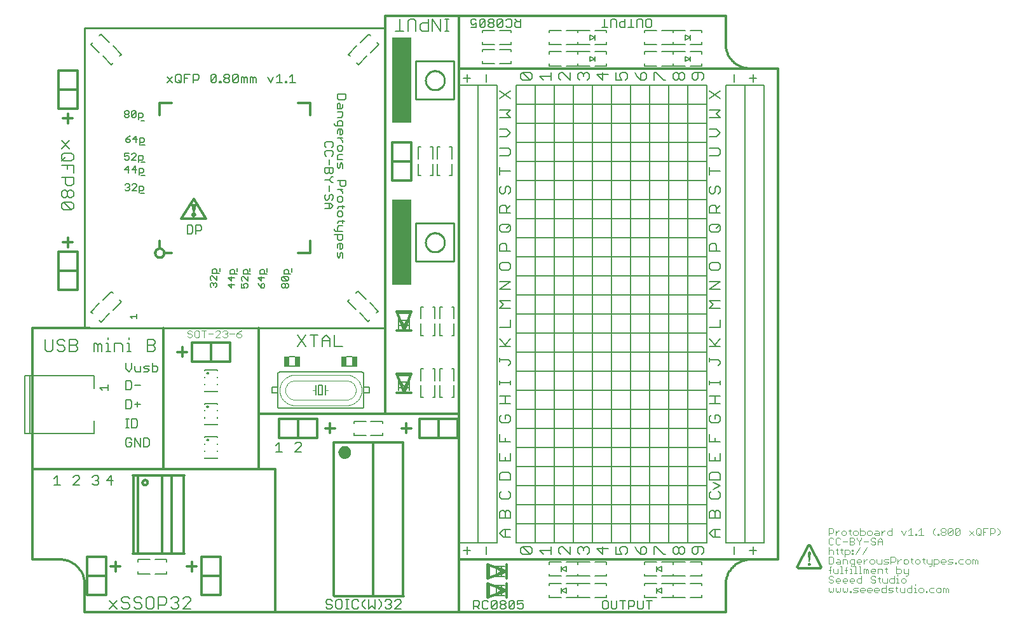
<source format=gto>
G75*
G70*
%OFA0B0*%
%FSLAX24Y24*%
%IPPOS*%
%LPD*%
%AMOC8*
5,1,8,0,0,1.08239X$1,22.5*
%
%ADD10C,0.0120*%
%ADD11C,0.0040*%
%ADD12C,0.0080*%
%ADD13C,0.0070*%
%ADD14C,0.0060*%
%ADD15C,0.0160*%
%ADD16C,0.0050*%
%ADD17C,0.0030*%
%ADD18C,0.0086*%
%ADD19R,0.1000X0.4500*%
%ADD20R,0.0079X0.0551*%
%ADD21R,0.0551X0.0079*%
%ADD22C,0.0020*%
%ADD23R,0.0256X0.0551*%
%ADD24C,0.0100*%
D10*
X006137Y006292D02*
X006208Y006293D01*
X006279Y006291D01*
X006350Y006284D01*
X006420Y006274D01*
X006490Y006260D01*
X006559Y006243D01*
X006627Y006221D01*
X006693Y006196D01*
X006759Y006168D01*
X006822Y006136D01*
X006884Y006100D01*
X006944Y006062D01*
X007001Y006020D01*
X007056Y005975D01*
X007109Y005927D01*
X007159Y005876D01*
X007206Y005823D01*
X007250Y005767D01*
X007291Y005709D01*
X007329Y005649D01*
X007364Y005587D01*
X007395Y005523D01*
X007423Y005457D01*
X007447Y005390D01*
X007467Y005322D01*
X007484Y005253D01*
X007497Y005183D01*
X007506Y005112D01*
X007512Y005042D01*
X007511Y005042D02*
X007511Y003542D01*
X017511Y003542D01*
X027136Y003542D01*
X027136Y006292D01*
X042511Y006292D01*
X043886Y006292D01*
X043886Y032042D01*
X042386Y032042D01*
X027136Y032042D01*
X027136Y034792D01*
X023261Y034792D01*
X023261Y013917D01*
X027136Y013917D01*
X027136Y032042D01*
X027136Y034792D02*
X041136Y034792D01*
X041136Y033292D01*
X041138Y033224D01*
X041143Y033157D01*
X041152Y033090D01*
X041165Y033023D01*
X041182Y032958D01*
X041201Y032893D01*
X041225Y032829D01*
X041252Y032767D01*
X041282Y032706D01*
X041315Y032648D01*
X041351Y032591D01*
X041391Y032536D01*
X041433Y032483D01*
X041479Y032432D01*
X041526Y032385D01*
X041577Y032339D01*
X041630Y032297D01*
X041685Y032257D01*
X041742Y032221D01*
X041800Y032188D01*
X041861Y032158D01*
X041923Y032131D01*
X041987Y032107D01*
X042052Y032088D01*
X042117Y032071D01*
X042184Y032058D01*
X042251Y032049D01*
X042318Y032044D01*
X042386Y032042D01*
X024636Y028167D02*
X024636Y027167D01*
X023636Y027167D01*
X023636Y026167D01*
X024636Y026167D01*
X024636Y027167D01*
X023636Y027167D02*
X023636Y028167D01*
X024636Y028167D01*
X019323Y029598D02*
X019323Y030228D01*
X018693Y030228D01*
X012078Y030228D02*
X011449Y030228D01*
X011449Y029598D01*
X007136Y029917D02*
X007136Y030917D01*
X006136Y030917D01*
X006136Y029917D01*
X007136Y029917D01*
X006636Y029667D02*
X006636Y029167D01*
X006386Y029417D02*
X006886Y029417D01*
X007136Y030917D02*
X007136Y031917D01*
X006136Y031917D01*
X006136Y030917D01*
X013224Y025199D02*
X013864Y024176D01*
X012584Y024176D01*
X013224Y025199D01*
X013160Y024880D02*
X013288Y024880D01*
X013224Y024560D01*
X013160Y024880D01*
X013160Y024368D02*
X013162Y024383D01*
X013167Y024398D01*
X013176Y024410D01*
X013188Y024421D01*
X013201Y024428D01*
X013216Y024432D01*
X013232Y024432D01*
X013247Y024428D01*
X013260Y024421D01*
X013272Y024410D01*
X013281Y024398D01*
X013286Y024383D01*
X013288Y024368D01*
X013286Y024353D01*
X013281Y024338D01*
X013272Y024326D01*
X013260Y024315D01*
X013247Y024308D01*
X013232Y024304D01*
X013216Y024304D01*
X013201Y024308D01*
X013188Y024315D01*
X013176Y024326D01*
X013167Y024338D01*
X013162Y024353D01*
X013160Y024368D01*
X011449Y022984D02*
X011449Y022669D01*
X011213Y022354D02*
X011215Y022384D01*
X011221Y022414D01*
X011230Y022443D01*
X011243Y022470D01*
X011260Y022495D01*
X011279Y022518D01*
X011302Y022539D01*
X011327Y022556D01*
X011353Y022570D01*
X011382Y022580D01*
X011411Y022587D01*
X011441Y022590D01*
X011472Y022589D01*
X011502Y022584D01*
X011531Y022575D01*
X011558Y022563D01*
X011584Y022548D01*
X011608Y022529D01*
X011629Y022507D01*
X011647Y022483D01*
X011662Y022456D01*
X011673Y022428D01*
X011681Y022399D01*
X011685Y022369D01*
X011685Y022339D01*
X011681Y022309D01*
X011673Y022280D01*
X011662Y022252D01*
X011647Y022225D01*
X011629Y022201D01*
X011608Y022179D01*
X011584Y022160D01*
X011558Y022145D01*
X011531Y022133D01*
X011502Y022124D01*
X011472Y022119D01*
X011441Y022118D01*
X011411Y022121D01*
X011382Y022128D01*
X011353Y022138D01*
X011327Y022152D01*
X011302Y022169D01*
X011279Y022190D01*
X011260Y022213D01*
X011243Y022238D01*
X011230Y022265D01*
X011221Y022294D01*
X011215Y022324D01*
X011213Y022354D01*
X011763Y022354D02*
X012078Y022354D01*
X007136Y022417D02*
X007136Y021417D01*
X006136Y021417D01*
X006136Y020417D01*
X007136Y020417D01*
X007136Y021417D01*
X007136Y022417D02*
X006136Y022417D01*
X006136Y021417D01*
X006636Y022667D02*
X006636Y023167D01*
X006386Y022917D02*
X006886Y022917D01*
X007761Y018417D02*
X004761Y018417D01*
X004761Y011042D01*
X004761Y006292D01*
X006136Y006292D01*
X007636Y006417D02*
X007636Y005417D01*
X008636Y005417D01*
X008636Y006417D01*
X007636Y006417D01*
X008886Y005917D02*
X009386Y005917D01*
X009136Y005667D02*
X009136Y006167D01*
X010040Y006614D02*
X012727Y006614D01*
X012688Y006622D02*
X012688Y007622D01*
X012688Y007646D02*
X012688Y008646D01*
X012688Y008670D02*
X012688Y009670D01*
X012688Y009693D02*
X012688Y010693D01*
X012727Y010708D02*
X010040Y010708D01*
X010063Y010693D02*
X010063Y009693D01*
X010063Y009670D02*
X010063Y008670D01*
X010063Y008646D02*
X010063Y007646D01*
X010063Y007622D02*
X010063Y006622D01*
X010313Y006622D02*
X010313Y007622D01*
X010313Y007646D02*
X010313Y008646D01*
X010313Y008670D02*
X010313Y009670D01*
X010313Y009693D02*
X010313Y010693D01*
X010552Y010324D02*
X010554Y010346D01*
X010560Y010368D01*
X010569Y010388D01*
X010582Y010406D01*
X010598Y010422D01*
X010616Y010435D01*
X010636Y010444D01*
X010658Y010450D01*
X010680Y010452D01*
X010702Y010450D01*
X010724Y010444D01*
X010744Y010435D01*
X010762Y010422D01*
X010778Y010406D01*
X010791Y010388D01*
X010800Y010368D01*
X010806Y010346D01*
X010808Y010324D01*
X010806Y010302D01*
X010800Y010280D01*
X010791Y010260D01*
X010778Y010242D01*
X010762Y010226D01*
X010744Y010213D01*
X010724Y010204D01*
X010702Y010198D01*
X010680Y010196D01*
X010658Y010198D01*
X010636Y010204D01*
X010616Y010213D01*
X010598Y010226D01*
X010582Y010242D01*
X010569Y010260D01*
X010560Y010280D01*
X010554Y010302D01*
X010552Y010324D01*
X011563Y010693D02*
X011563Y009693D01*
X011563Y009670D02*
X011563Y008670D01*
X011563Y008646D02*
X011563Y007646D01*
X011563Y007622D02*
X011563Y006622D01*
X012063Y006622D02*
X012063Y007622D01*
X012063Y007646D02*
X012063Y008646D01*
X012063Y008670D02*
X012063Y009670D01*
X012063Y009693D02*
X012063Y010693D01*
X011636Y011042D02*
X011636Y018417D01*
X012636Y017417D02*
X012636Y016917D01*
X012386Y017167D02*
X012886Y017167D01*
X013136Y017667D02*
X013136Y016667D01*
X014136Y016667D01*
X014136Y017667D01*
X013136Y017667D01*
X014136Y017667D02*
X015136Y017667D01*
X015136Y016667D01*
X014136Y016667D01*
X016636Y018417D02*
X016636Y013917D01*
X016636Y011042D01*
X017511Y011042D01*
X017511Y003542D01*
X014636Y004417D02*
X014636Y005417D01*
X013636Y005417D01*
X013636Y004417D01*
X014636Y004417D01*
X014636Y005417D02*
X014636Y006417D01*
X013636Y006417D01*
X013636Y005417D01*
X013386Y005917D02*
X012886Y005917D01*
X013136Y005667D02*
X013136Y006167D01*
X008636Y005417D02*
X008636Y004417D01*
X007636Y004417D01*
X007636Y005417D01*
X004761Y011042D02*
X011636Y011042D01*
X016636Y011042D01*
X017705Y012667D02*
X018705Y012667D01*
X018705Y013667D01*
X017705Y013667D01*
X017705Y012667D01*
X018705Y012667D02*
X019705Y012667D01*
X019705Y013667D01*
X018705Y013667D01*
X020136Y013167D02*
X020636Y013167D01*
X020386Y013417D02*
X020386Y012917D01*
X020575Y012440D02*
X020575Y011393D01*
X020575Y011440D02*
X020575Y010393D01*
X020575Y010440D02*
X020575Y009393D01*
X020575Y009440D02*
X020575Y008393D01*
X020575Y008440D02*
X020575Y007393D01*
X020575Y007440D02*
X020575Y006393D01*
X020575Y006440D02*
X020575Y005393D01*
X020575Y005440D02*
X020575Y004393D01*
X020589Y004352D02*
X024221Y004352D01*
X024197Y004393D02*
X024197Y005440D01*
X024197Y005393D02*
X024197Y006440D01*
X024197Y006393D02*
X024197Y007440D01*
X024197Y007393D02*
X024197Y008440D01*
X024197Y008393D02*
X024197Y009440D01*
X024197Y009393D02*
X024197Y010440D01*
X024197Y010393D02*
X024197Y011440D01*
X024197Y011393D02*
X024197Y012440D01*
X024136Y012417D02*
X020636Y012417D01*
X022636Y012417D02*
X022636Y011417D01*
X022636Y010417D01*
X022636Y009417D01*
X022636Y008417D01*
X022636Y007417D01*
X022636Y006417D01*
X022636Y005417D01*
X022636Y004417D01*
X027136Y003542D02*
X041136Y003542D01*
X041136Y005042D01*
X041136Y005041D02*
X041142Y005112D01*
X041151Y005183D01*
X041164Y005253D01*
X041181Y005322D01*
X041201Y005390D01*
X041225Y005457D01*
X041253Y005523D01*
X041284Y005587D01*
X041319Y005649D01*
X041357Y005709D01*
X041398Y005767D01*
X041442Y005823D01*
X041489Y005876D01*
X041539Y005927D01*
X041592Y005975D01*
X041647Y006020D01*
X041704Y006062D01*
X041764Y006100D01*
X041826Y006136D01*
X041889Y006168D01*
X041955Y006196D01*
X042021Y006221D01*
X042089Y006243D01*
X042158Y006260D01*
X042228Y006274D01*
X042298Y006284D01*
X042369Y006291D01*
X042440Y006293D01*
X042512Y006292D01*
X044871Y005894D02*
X045487Y007026D01*
X045536Y007026D01*
X046151Y005894D01*
X046102Y005845D01*
X044921Y005845D01*
X044871Y005894D01*
X029636Y006042D02*
X029636Y005667D01*
X028636Y005292D01*
X028636Y006042D01*
X029636Y005667D01*
X029636Y005292D01*
X029636Y005042D02*
X029636Y004667D01*
X028636Y004292D01*
X028636Y005042D01*
X029636Y004667D01*
X029636Y004292D01*
X027136Y006292D02*
X027136Y013917D01*
X027067Y013667D02*
X026067Y013667D01*
X026067Y012667D01*
X027067Y012667D01*
X027067Y013667D01*
X026067Y013667D02*
X025067Y013667D01*
X025067Y012667D01*
X026067Y012667D01*
X024636Y013167D02*
X024136Y013167D01*
X024386Y013417D02*
X024386Y012917D01*
X023261Y013917D02*
X016636Y013917D01*
X023886Y015042D02*
X024261Y015042D01*
X023886Y016042D01*
X024636Y016042D01*
X024261Y015042D01*
X024636Y015042D01*
X024636Y018292D02*
X024261Y018292D01*
X023886Y019292D01*
X024636Y019292D01*
X024261Y018292D01*
X023886Y018292D01*
X019323Y022354D02*
X018693Y022354D01*
X019323Y022354D02*
X019323Y022984D01*
D11*
X015725Y018297D02*
X015604Y018237D01*
X015484Y018117D01*
X015664Y018117D01*
X015725Y018057D01*
X015725Y017997D01*
X015664Y017937D01*
X015544Y017937D01*
X015484Y017997D01*
X015484Y018117D01*
X015356Y018117D02*
X015116Y018117D01*
X014988Y018177D02*
X014928Y018117D01*
X014988Y018057D01*
X014988Y017997D01*
X014928Y017937D01*
X014808Y017937D01*
X014748Y017997D01*
X014620Y017937D02*
X014379Y017937D01*
X014620Y018177D01*
X014620Y018237D01*
X014560Y018297D01*
X014439Y018297D01*
X014379Y018237D01*
X014251Y018117D02*
X014011Y018117D01*
X013883Y018297D02*
X013643Y018297D01*
X013763Y018297D02*
X013763Y017937D01*
X013515Y017997D02*
X013515Y018237D01*
X013455Y018297D01*
X013335Y018297D01*
X013275Y018237D01*
X013275Y017997D01*
X013335Y017937D01*
X013455Y017937D01*
X013515Y017997D01*
X013146Y017997D02*
X013146Y018057D01*
X013086Y018117D01*
X012966Y018117D01*
X012906Y018177D01*
X012906Y018237D01*
X012966Y018297D01*
X013086Y018297D01*
X013146Y018237D01*
X013146Y017997D02*
X013086Y017937D01*
X012966Y017937D01*
X012906Y017997D01*
X014748Y018237D02*
X014808Y018297D01*
X014928Y018297D01*
X014988Y018237D01*
X014988Y018177D01*
X014928Y018117D02*
X014868Y018117D01*
D12*
X011211Y017724D02*
X011211Y017620D01*
X011108Y017517D01*
X010797Y017517D01*
X010797Y017207D02*
X010797Y017827D01*
X011108Y017827D01*
X011211Y017724D01*
X011108Y017517D02*
X011211Y017414D01*
X011211Y017310D01*
X011108Y017207D01*
X010797Y017207D01*
X009930Y017207D02*
X009723Y017207D01*
X009826Y017207D02*
X009826Y017620D01*
X009723Y017620D01*
X009826Y017827D02*
X009826Y017931D01*
X009492Y017517D02*
X009389Y017620D01*
X009079Y017620D01*
X009079Y017207D01*
X008856Y017207D02*
X008649Y017207D01*
X008752Y017207D02*
X008752Y017620D01*
X008649Y017620D01*
X008752Y017827D02*
X008752Y017931D01*
X008418Y017517D02*
X008315Y017620D01*
X008211Y017517D01*
X008211Y017207D01*
X008004Y017207D02*
X008004Y017620D01*
X008108Y017620D01*
X008211Y017517D01*
X008418Y017517D02*
X008418Y017207D01*
X009492Y017207D02*
X009492Y017517D01*
X007129Y017414D02*
X007129Y017310D01*
X007026Y017207D01*
X006715Y017207D01*
X006715Y017827D01*
X007026Y017827D01*
X007129Y017724D01*
X007129Y017620D01*
X007026Y017517D01*
X006715Y017517D01*
X006484Y017414D02*
X006484Y017310D01*
X006381Y017207D01*
X006174Y017207D01*
X006071Y017310D01*
X005840Y017310D02*
X005840Y017827D01*
X006071Y017724D02*
X006071Y017620D01*
X006174Y017517D01*
X006381Y017517D01*
X006484Y017414D01*
X006484Y017724D02*
X006381Y017827D01*
X006174Y017827D01*
X006071Y017724D01*
X005840Y017310D02*
X005736Y017207D01*
X005530Y017207D01*
X005426Y017310D01*
X005426Y017827D01*
X007026Y017517D02*
X007129Y017414D01*
X006818Y024615D02*
X006405Y024615D01*
X006301Y024719D01*
X006301Y024926D01*
X006405Y025029D01*
X006818Y024615D01*
X006922Y024719D01*
X006922Y024926D01*
X006818Y025029D01*
X006405Y025029D01*
X006405Y025260D02*
X006301Y025363D01*
X006301Y025570D01*
X006405Y025674D01*
X006508Y025674D01*
X006611Y025570D01*
X006611Y025363D01*
X006508Y025260D01*
X006405Y025260D01*
X006611Y025363D02*
X006715Y025260D01*
X006818Y025260D01*
X006922Y025363D01*
X006922Y025570D01*
X006818Y025674D01*
X006715Y025674D01*
X006611Y025570D01*
X006611Y025904D02*
X006508Y026008D01*
X006508Y026318D01*
X006301Y026318D02*
X006922Y026318D01*
X006922Y026008D01*
X006818Y025904D01*
X006611Y025904D01*
X006922Y026549D02*
X006922Y026963D01*
X006301Y026963D01*
X006301Y027194D02*
X006508Y027400D01*
X006405Y027194D02*
X006301Y027297D01*
X006301Y027504D01*
X006405Y027607D01*
X006818Y027607D01*
X006922Y027504D01*
X006922Y027297D01*
X006818Y027194D01*
X006405Y027194D01*
X006611Y026963D02*
X006611Y026756D01*
X006715Y027838D02*
X006301Y028252D01*
X006715Y028252D02*
X006301Y027838D01*
X018676Y018077D02*
X019090Y017457D01*
X018676Y017457D02*
X019090Y018077D01*
X019321Y018077D02*
X019734Y018077D01*
X019528Y018077D02*
X019528Y017457D01*
X019965Y017457D02*
X019965Y017870D01*
X020172Y018077D01*
X020379Y017870D01*
X020379Y017457D01*
X020610Y017457D02*
X021023Y017457D01*
X020610Y017457D02*
X020610Y018077D01*
X020379Y017767D02*
X019965Y017767D01*
X012979Y004327D02*
X012772Y004327D01*
X012668Y004224D01*
X012438Y004224D02*
X012438Y004120D01*
X012334Y004017D01*
X012438Y003914D01*
X012438Y003810D01*
X012334Y003707D01*
X012127Y003707D01*
X012024Y003810D01*
X012231Y004017D02*
X012334Y004017D01*
X012438Y004224D02*
X012334Y004327D01*
X012127Y004327D01*
X012024Y004224D01*
X011793Y004224D02*
X011793Y004017D01*
X011690Y003914D01*
X011379Y003914D01*
X011379Y003707D02*
X011379Y004327D01*
X011690Y004327D01*
X011793Y004224D01*
X011148Y004224D02*
X011148Y003810D01*
X011045Y003707D01*
X010838Y003707D01*
X010735Y003810D01*
X010735Y004224D01*
X010838Y004327D01*
X011045Y004327D01*
X011148Y004224D01*
X010504Y004224D02*
X010401Y004327D01*
X010194Y004327D01*
X010090Y004224D01*
X010090Y004120D01*
X010194Y004017D01*
X010401Y004017D01*
X010504Y003914D01*
X010504Y003810D01*
X010401Y003707D01*
X010194Y003707D01*
X010090Y003810D01*
X009859Y003810D02*
X009756Y003707D01*
X009549Y003707D01*
X009446Y003810D01*
X009549Y004017D02*
X009446Y004120D01*
X009446Y004224D01*
X009549Y004327D01*
X009756Y004327D01*
X009859Y004224D01*
X009756Y004017D02*
X009859Y003914D01*
X009859Y003810D01*
X009756Y004017D02*
X009549Y004017D01*
X009215Y004120D02*
X008801Y003707D01*
X008801Y004120D02*
X009215Y003707D01*
X012668Y003707D02*
X013082Y004120D01*
X013082Y004224D01*
X012979Y004327D01*
X013082Y003707D02*
X012668Y003707D01*
X023819Y034006D02*
X024233Y034006D01*
X024026Y034006D02*
X024026Y034627D01*
X024464Y034523D02*
X024464Y034006D01*
X024877Y034006D02*
X024877Y034523D01*
X024774Y034627D01*
X024567Y034627D01*
X024464Y034523D01*
X025108Y034316D02*
X025212Y034420D01*
X025522Y034420D01*
X025522Y034627D02*
X025522Y034006D01*
X025212Y034006D01*
X025108Y034110D01*
X025108Y034316D01*
X025753Y034006D02*
X025753Y034627D01*
X026167Y034006D01*
X026167Y034627D01*
X026389Y034627D02*
X026596Y034627D01*
X026493Y034627D02*
X026493Y034006D01*
X026596Y034006D02*
X026389Y034006D01*
D13*
X027556Y031720D02*
X027556Y031327D01*
X027359Y031524D02*
X027753Y031524D01*
X028556Y031327D02*
X028556Y031720D01*
X029261Y030849D02*
X029851Y030456D01*
X029851Y030849D02*
X029261Y030456D01*
X029261Y029849D02*
X029851Y029849D01*
X029654Y029652D01*
X029851Y029456D01*
X029261Y029456D01*
X029261Y028849D02*
X029654Y028849D01*
X029851Y028652D01*
X029654Y028456D01*
X029261Y028456D01*
X029261Y027849D02*
X029753Y027849D01*
X029851Y027751D01*
X029851Y027554D01*
X029753Y027456D01*
X029261Y027456D01*
X029261Y026849D02*
X029261Y026456D01*
X029261Y026652D02*
X029851Y026652D01*
X029753Y025849D02*
X029851Y025751D01*
X029851Y025554D01*
X029753Y025456D01*
X029556Y025554D02*
X029556Y025751D01*
X029654Y025849D01*
X029753Y025849D01*
X029556Y025554D02*
X029458Y025456D01*
X029359Y025456D01*
X029261Y025554D01*
X029261Y025751D01*
X029359Y025849D01*
X029359Y024849D02*
X029556Y024849D01*
X029654Y024751D01*
X029654Y024456D01*
X029654Y024652D02*
X029851Y024849D01*
X029851Y024456D02*
X029261Y024456D01*
X029261Y024751D01*
X029359Y024849D01*
X029359Y023849D02*
X029753Y023849D01*
X029851Y023751D01*
X029851Y023554D01*
X029753Y023456D01*
X029359Y023456D01*
X029261Y023554D01*
X029261Y023751D01*
X029359Y023849D01*
X029654Y023652D02*
X029851Y023849D01*
X029556Y022849D02*
X029654Y022751D01*
X029654Y022456D01*
X029851Y022456D02*
X029261Y022456D01*
X029261Y022751D01*
X029359Y022849D01*
X029556Y022849D01*
X029359Y021849D02*
X029261Y021751D01*
X029261Y021554D01*
X029359Y021456D01*
X029753Y021456D01*
X029851Y021554D01*
X029851Y021751D01*
X029753Y021849D01*
X029359Y021849D01*
X029261Y020849D02*
X029851Y020849D01*
X029261Y020456D01*
X029851Y020456D01*
X029851Y019849D02*
X029261Y019849D01*
X029458Y019652D01*
X029261Y019456D01*
X029851Y019456D01*
X029851Y018849D02*
X029851Y018456D01*
X029261Y018456D01*
X029261Y017849D02*
X029654Y017456D01*
X029556Y017554D02*
X029851Y017849D01*
X029851Y017456D02*
X029261Y017456D01*
X029261Y016849D02*
X029261Y016652D01*
X029261Y016751D02*
X029753Y016751D01*
X029851Y016652D01*
X029851Y016554D01*
X029753Y016456D01*
X029851Y015652D02*
X029851Y015456D01*
X029851Y015554D02*
X029261Y015554D01*
X029261Y015456D02*
X029261Y015652D01*
X029261Y014849D02*
X029851Y014849D01*
X029556Y014849D02*
X029556Y014456D01*
X029851Y014456D02*
X029261Y014456D01*
X029359Y013849D02*
X029261Y013751D01*
X029261Y013554D01*
X029359Y013456D01*
X029753Y013456D01*
X029851Y013554D01*
X029851Y013751D01*
X029753Y013849D01*
X029556Y013849D01*
X029556Y013652D01*
X029261Y012849D02*
X029261Y012456D01*
X029851Y012456D01*
X029556Y012456D02*
X029556Y012652D01*
X029261Y011849D02*
X029261Y011456D01*
X029851Y011456D01*
X029851Y011849D01*
X029556Y011652D02*
X029556Y011456D01*
X029359Y010849D02*
X029261Y010751D01*
X029261Y010456D01*
X029851Y010456D01*
X029851Y010751D01*
X029753Y010849D01*
X029359Y010849D01*
X029359Y009849D02*
X029261Y009751D01*
X029261Y009554D01*
X029359Y009456D01*
X029753Y009456D01*
X029851Y009554D01*
X029851Y009751D01*
X029753Y009849D01*
X029753Y008849D02*
X029851Y008751D01*
X029851Y008456D01*
X029261Y008456D01*
X029261Y008751D01*
X029359Y008849D01*
X029458Y008849D01*
X029556Y008751D01*
X029556Y008456D01*
X029556Y008751D02*
X029654Y008849D01*
X029753Y008849D01*
X029851Y007849D02*
X029458Y007849D01*
X029261Y007652D01*
X029458Y007456D01*
X029851Y007456D01*
X029556Y007456D02*
X029556Y007849D01*
X030484Y006963D02*
X030878Y006570D01*
X030976Y006668D01*
X030976Y006865D01*
X030878Y006963D01*
X030484Y006963D01*
X030386Y006865D01*
X030386Y006668D01*
X030484Y006570D01*
X030878Y006570D01*
X031386Y006767D02*
X031976Y006767D01*
X031976Y006963D02*
X031976Y006570D01*
X031583Y006570D02*
X031386Y006767D01*
X032386Y006865D02*
X032386Y006668D01*
X032484Y006570D01*
X032386Y006865D02*
X032484Y006963D01*
X032583Y006963D01*
X032976Y006570D01*
X032976Y006963D01*
X033386Y006865D02*
X033484Y006963D01*
X033583Y006963D01*
X033681Y006865D01*
X033779Y006963D01*
X033878Y006963D01*
X033976Y006865D01*
X033976Y006668D01*
X033878Y006570D01*
X033681Y006767D02*
X033681Y006865D01*
X033386Y006865D02*
X033386Y006668D01*
X033484Y006570D01*
X034386Y006865D02*
X034681Y006570D01*
X034681Y006963D01*
X034976Y006865D02*
X034386Y006865D01*
X035386Y006963D02*
X035386Y006570D01*
X035681Y006570D01*
X035583Y006767D01*
X035583Y006865D01*
X035681Y006963D01*
X035878Y006963D01*
X035976Y006865D01*
X035976Y006668D01*
X035878Y006570D01*
X036484Y006767D02*
X036681Y006570D01*
X036681Y006865D01*
X036779Y006963D01*
X036878Y006963D01*
X036976Y006865D01*
X036976Y006668D01*
X036878Y006570D01*
X036681Y006570D01*
X036484Y006767D02*
X036386Y006963D01*
X037386Y006963D02*
X037386Y006570D01*
X037386Y006963D02*
X037484Y006963D01*
X037878Y006570D01*
X037976Y006570D01*
X038386Y006668D02*
X038386Y006865D01*
X038484Y006963D01*
X038583Y006963D01*
X038681Y006865D01*
X038681Y006668D01*
X038583Y006570D01*
X038484Y006570D01*
X038386Y006668D01*
X038681Y006668D02*
X038779Y006570D01*
X038878Y006570D01*
X038976Y006668D01*
X038976Y006865D01*
X038878Y006963D01*
X038779Y006963D01*
X038681Y006865D01*
X039386Y006865D02*
X039386Y006668D01*
X039484Y006570D01*
X039583Y006570D01*
X039681Y006668D01*
X039681Y006963D01*
X039878Y006963D02*
X039484Y006963D01*
X039386Y006865D01*
X039878Y006963D02*
X039976Y006865D01*
X039976Y006668D01*
X039878Y006570D01*
X040458Y007456D02*
X040261Y007652D01*
X040458Y007849D01*
X040851Y007849D01*
X040556Y007849D02*
X040556Y007456D01*
X040458Y007456D02*
X040851Y007456D01*
X041556Y006970D02*
X041556Y006577D01*
X042359Y006774D02*
X042753Y006774D01*
X042556Y006970D02*
X042556Y006577D01*
X040851Y008456D02*
X040261Y008456D01*
X040261Y008751D01*
X040359Y008849D01*
X040458Y008849D01*
X040556Y008751D01*
X040556Y008456D01*
X040556Y008751D02*
X040654Y008849D01*
X040753Y008849D01*
X040851Y008751D01*
X040851Y008456D01*
X040753Y009456D02*
X040851Y009554D01*
X040851Y009751D01*
X040753Y009849D01*
X040458Y009952D02*
X040851Y010149D01*
X040458Y010345D01*
X040261Y010456D02*
X040261Y010751D01*
X040359Y010849D01*
X040753Y010849D01*
X040851Y010751D01*
X040851Y010456D01*
X040261Y010456D01*
X040359Y009849D02*
X040261Y009751D01*
X040261Y009554D01*
X040359Y009456D01*
X040753Y009456D01*
X040851Y011456D02*
X040261Y011456D01*
X040261Y011849D01*
X040556Y011652D02*
X040556Y011456D01*
X040851Y011456D02*
X040851Y011849D01*
X040851Y012456D02*
X040261Y012456D01*
X040261Y012849D01*
X040556Y012652D02*
X040556Y012456D01*
X040753Y013456D02*
X040851Y013554D01*
X040851Y013751D01*
X040753Y013849D01*
X040556Y013849D01*
X040556Y013652D01*
X040359Y013456D02*
X040261Y013554D01*
X040261Y013751D01*
X040359Y013849D01*
X040359Y013456D02*
X040753Y013456D01*
X040851Y014456D02*
X040261Y014456D01*
X040556Y014456D02*
X040556Y014849D01*
X040261Y014849D02*
X040851Y014849D01*
X040851Y015456D02*
X040851Y015652D01*
X040851Y015554D02*
X040261Y015554D01*
X040261Y015456D02*
X040261Y015652D01*
X040753Y016456D02*
X040851Y016554D01*
X040851Y016652D01*
X040753Y016751D01*
X040261Y016751D01*
X040261Y016849D02*
X040261Y016652D01*
X040261Y017456D02*
X040851Y017456D01*
X040654Y017456D02*
X040261Y017849D01*
X040556Y017554D02*
X040851Y017849D01*
X040851Y018456D02*
X040261Y018456D01*
X040851Y018456D02*
X040851Y018849D01*
X040851Y019456D02*
X040261Y019456D01*
X040458Y019652D01*
X040261Y019849D01*
X040851Y019849D01*
X040851Y020456D02*
X040261Y020456D01*
X040851Y020849D01*
X040261Y020849D01*
X040359Y021456D02*
X040753Y021456D01*
X040851Y021554D01*
X040851Y021751D01*
X040753Y021849D01*
X040359Y021849D01*
X040261Y021751D01*
X040261Y021554D01*
X040359Y021456D01*
X040261Y022456D02*
X040261Y022751D01*
X040359Y022849D01*
X040556Y022849D01*
X040654Y022751D01*
X040654Y022456D01*
X040851Y022456D02*
X040261Y022456D01*
X040359Y023456D02*
X040261Y023554D01*
X040261Y023751D01*
X040359Y023849D01*
X040753Y023849D01*
X040851Y023751D01*
X040851Y023554D01*
X040753Y023456D01*
X040359Y023456D01*
X040654Y023652D02*
X040851Y023849D01*
X040851Y024456D02*
X040261Y024456D01*
X040261Y024751D01*
X040359Y024849D01*
X040556Y024849D01*
X040654Y024751D01*
X040654Y024456D01*
X040654Y024652D02*
X040851Y024849D01*
X040753Y025456D02*
X040851Y025554D01*
X040851Y025751D01*
X040753Y025849D01*
X040654Y025849D01*
X040556Y025751D01*
X040556Y025554D01*
X040458Y025456D01*
X040359Y025456D01*
X040261Y025554D01*
X040261Y025751D01*
X040359Y025849D01*
X040261Y026456D02*
X040261Y026849D01*
X040261Y026652D02*
X040851Y026652D01*
X040753Y027456D02*
X040851Y027554D01*
X040851Y027751D01*
X040753Y027849D01*
X040261Y027849D01*
X040261Y027456D02*
X040753Y027456D01*
X040654Y028456D02*
X040851Y028652D01*
X040654Y028849D01*
X040261Y028849D01*
X040261Y028456D02*
X040654Y028456D01*
X040851Y029456D02*
X040261Y029456D01*
X040261Y029849D02*
X040851Y029849D01*
X040654Y029652D01*
X040851Y029456D01*
X040851Y030456D02*
X040261Y030849D01*
X040261Y030456D02*
X040851Y030849D01*
X041556Y031327D02*
X041556Y031720D01*
X042359Y031524D02*
X042753Y031524D01*
X042556Y031720D02*
X042556Y031327D01*
X039976Y031542D02*
X039878Y031444D01*
X039976Y031542D02*
X039976Y031739D01*
X039878Y031837D01*
X039484Y031837D01*
X039386Y031739D01*
X039386Y031542D01*
X039484Y031444D01*
X039583Y031444D01*
X039681Y031542D01*
X039681Y031837D01*
X038976Y031739D02*
X038976Y031542D01*
X038878Y031444D01*
X038779Y031444D01*
X038681Y031542D01*
X038681Y031739D01*
X038779Y031837D01*
X038878Y031837D01*
X038976Y031739D01*
X038681Y031739D02*
X038583Y031837D01*
X038484Y031837D01*
X038386Y031739D01*
X038386Y031542D01*
X038484Y031444D01*
X038583Y031444D01*
X038681Y031542D01*
X037976Y031444D02*
X037878Y031444D01*
X037484Y031837D01*
X037386Y031837D01*
X037386Y031444D01*
X036976Y031542D02*
X036878Y031444D01*
X036681Y031444D01*
X036681Y031739D01*
X036779Y031837D01*
X036878Y031837D01*
X036976Y031739D01*
X036976Y031542D01*
X036681Y031444D02*
X036484Y031641D01*
X036386Y031837D01*
X035976Y031739D02*
X035976Y031542D01*
X035878Y031444D01*
X035681Y031444D02*
X035583Y031641D01*
X035583Y031739D01*
X035681Y031837D01*
X035878Y031837D01*
X035976Y031739D01*
X035681Y031444D02*
X035386Y031444D01*
X035386Y031837D01*
X034976Y031739D02*
X034386Y031739D01*
X034681Y031444D01*
X034681Y031837D01*
X033976Y031739D02*
X033976Y031542D01*
X033878Y031444D01*
X033681Y031641D02*
X033681Y031739D01*
X033779Y031837D01*
X033878Y031837D01*
X033976Y031739D01*
X033681Y031739D02*
X033583Y031837D01*
X033484Y031837D01*
X033386Y031739D01*
X033386Y031542D01*
X033484Y031444D01*
X032976Y031444D02*
X032583Y031837D01*
X032484Y031837D01*
X032386Y031739D01*
X032386Y031542D01*
X032484Y031444D01*
X032976Y031444D02*
X032976Y031837D01*
X031976Y031837D02*
X031976Y031444D01*
X031976Y031641D02*
X031386Y031641D01*
X031583Y031444D01*
X030976Y031542D02*
X030878Y031444D01*
X030484Y031837D01*
X030878Y031837D01*
X030976Y031739D01*
X030976Y031542D01*
X030878Y031444D02*
X030484Y031444D01*
X030386Y031542D01*
X030386Y031739D01*
X030484Y031837D01*
X028556Y006970D02*
X028556Y006577D01*
X027753Y006774D02*
X027359Y006774D01*
X027556Y006970D02*
X027556Y006577D01*
X024108Y004110D02*
X024026Y004192D01*
X023862Y004192D01*
X023781Y004110D01*
X023592Y004110D02*
X023592Y004029D01*
X023510Y003947D01*
X023592Y003865D01*
X023592Y003783D01*
X023510Y003702D01*
X023347Y003702D01*
X023265Y003783D01*
X023085Y003865D02*
X023085Y004029D01*
X022921Y004192D01*
X022733Y004192D02*
X022733Y003702D01*
X022569Y003865D01*
X022406Y003702D01*
X022406Y004192D01*
X022225Y004192D02*
X022062Y004029D01*
X022062Y003865D01*
X022225Y003702D01*
X021873Y003783D02*
X021791Y003702D01*
X021628Y003702D01*
X021546Y003783D01*
X021546Y004110D01*
X021628Y004192D01*
X021791Y004192D01*
X021873Y004110D01*
X021366Y004192D02*
X021202Y004192D01*
X021284Y004192D02*
X021284Y003702D01*
X021202Y003702D02*
X021366Y003702D01*
X021014Y003783D02*
X021014Y004110D01*
X020932Y004192D01*
X020769Y004192D01*
X020687Y004110D01*
X020687Y003783D01*
X020769Y003702D01*
X020932Y003702D01*
X021014Y003783D01*
X020498Y003783D02*
X020416Y003702D01*
X020253Y003702D01*
X020171Y003783D01*
X020253Y003947D02*
X020416Y003947D01*
X020498Y003865D01*
X020498Y003783D01*
X020253Y003947D02*
X020171Y004029D01*
X020171Y004110D01*
X020253Y004192D01*
X020416Y004192D01*
X020498Y004110D01*
X022921Y003702D02*
X023085Y003865D01*
X023265Y004110D02*
X023347Y004192D01*
X023510Y004192D01*
X023592Y004110D01*
X023510Y003947D02*
X023428Y003947D01*
X023781Y003702D02*
X024108Y004029D01*
X024108Y004110D01*
X024108Y003702D02*
X023781Y003702D01*
D14*
X027916Y003697D02*
X027916Y004137D01*
X028136Y004137D01*
X028210Y004064D01*
X028210Y003917D01*
X028136Y003843D01*
X027916Y003843D01*
X028063Y003843D02*
X028210Y003697D01*
X028377Y003770D02*
X028450Y003697D01*
X028597Y003697D01*
X028670Y003770D01*
X028837Y003770D02*
X029131Y004064D01*
X029131Y003770D01*
X029057Y003697D01*
X028910Y003697D01*
X028837Y003770D01*
X028837Y004064D01*
X028910Y004137D01*
X029057Y004137D01*
X029131Y004064D01*
X029297Y004064D02*
X029297Y003990D01*
X029371Y003917D01*
X029517Y003917D01*
X029591Y003843D01*
X029591Y003770D01*
X029517Y003697D01*
X029371Y003697D01*
X029297Y003770D01*
X029297Y003843D01*
X029371Y003917D01*
X029517Y003917D02*
X029591Y003990D01*
X029591Y004064D01*
X029517Y004137D01*
X029371Y004137D01*
X029297Y004064D01*
X029530Y004391D02*
X028743Y004391D01*
X028743Y004942D01*
X029530Y004942D01*
X029333Y004667D02*
X029097Y004824D01*
X029097Y004509D01*
X029333Y004667D01*
X029831Y004137D02*
X029978Y004137D01*
X030051Y004064D01*
X029758Y003770D01*
X029831Y003697D01*
X029978Y003697D01*
X030051Y003770D01*
X030051Y004064D01*
X030218Y004137D02*
X030218Y003917D01*
X030365Y003990D01*
X030438Y003990D01*
X030512Y003917D01*
X030512Y003770D01*
X030438Y003697D01*
X030291Y003697D01*
X030218Y003770D01*
X030218Y004137D02*
X030512Y004137D01*
X029831Y004137D02*
X029758Y004064D01*
X029758Y003770D01*
X028670Y004064D02*
X028597Y004137D01*
X028450Y004137D01*
X028377Y004064D01*
X028377Y003770D01*
X028743Y005391D02*
X028743Y005942D01*
X029530Y005942D01*
X029333Y005667D02*
X029097Y005824D01*
X029097Y005509D01*
X029333Y005667D01*
X029530Y005391D02*
X028743Y005391D01*
X034666Y004064D02*
X034666Y003770D01*
X034740Y003697D01*
X034886Y003697D01*
X034960Y003770D01*
X034960Y004064D01*
X034886Y004137D01*
X034740Y004137D01*
X034666Y004064D01*
X035127Y004137D02*
X035127Y003770D01*
X035200Y003697D01*
X035347Y003697D01*
X035420Y003770D01*
X035420Y004137D01*
X035587Y004137D02*
X035881Y004137D01*
X035734Y004137D02*
X035734Y003697D01*
X036047Y003697D02*
X036047Y004137D01*
X036267Y004137D01*
X036341Y004064D01*
X036341Y003917D01*
X036267Y003843D01*
X036047Y003843D01*
X036508Y003770D02*
X036581Y003697D01*
X036728Y003697D01*
X036801Y003770D01*
X036801Y004137D01*
X036968Y004137D02*
X037262Y004137D01*
X037115Y004137D02*
X037115Y003697D01*
X036508Y003770D02*
X036508Y004137D01*
X022036Y014217D02*
X017736Y014217D01*
X017719Y014219D01*
X017702Y014223D01*
X017686Y014230D01*
X017672Y014240D01*
X017659Y014253D01*
X017649Y014267D01*
X017642Y014283D01*
X017638Y014300D01*
X017636Y014317D01*
X017636Y014717D01*
X017636Y015017D01*
X017336Y015017D01*
X017336Y015317D01*
X017636Y015317D01*
X017636Y015617D01*
X017636Y016017D01*
X017638Y016034D01*
X017642Y016051D01*
X017649Y016067D01*
X017659Y016081D01*
X017672Y016094D01*
X017686Y016104D01*
X017702Y016111D01*
X017719Y016115D01*
X017736Y016117D01*
X022036Y016117D01*
X022053Y016115D01*
X022070Y016111D01*
X022086Y016104D01*
X022100Y016094D01*
X022113Y016081D01*
X022123Y016067D01*
X022130Y016051D01*
X022134Y016034D01*
X022136Y016017D01*
X022136Y015617D01*
X022136Y014717D01*
X022136Y014317D01*
X022134Y014300D01*
X022130Y014283D01*
X022123Y014267D01*
X022113Y014253D01*
X022100Y014240D01*
X022086Y014230D01*
X022070Y014223D01*
X022053Y014219D01*
X022036Y014217D01*
X022136Y015017D02*
X022436Y015017D01*
X022436Y015317D01*
X022136Y015317D01*
X023986Y015148D02*
X023986Y015935D01*
X024537Y015935D01*
X024537Y015148D01*
X024261Y015345D02*
X024419Y015581D01*
X024104Y015581D01*
X024261Y015345D01*
X020136Y015417D02*
X020136Y015167D01*
X020136Y014917D01*
X019986Y014917D02*
X019986Y015417D01*
X019786Y015417D01*
X019786Y014917D01*
X019986Y014917D01*
X019636Y014917D02*
X019636Y015167D01*
X019636Y015417D01*
X017636Y015317D02*
X017636Y015017D01*
X014455Y015107D02*
X014455Y015144D01*
X014455Y015107D02*
X013817Y015107D01*
X013817Y015144D01*
X013817Y015461D02*
X013817Y015498D01*
X013817Y015835D02*
X013817Y015872D01*
X013920Y016060D02*
X013922Y016072D01*
X013927Y016083D01*
X013936Y016092D01*
X013947Y016097D01*
X013959Y016099D01*
X013971Y016097D01*
X013982Y016092D01*
X013991Y016083D01*
X013996Y016072D01*
X013998Y016060D01*
X013996Y016048D01*
X013991Y016037D01*
X013982Y016028D01*
X013971Y016023D01*
X013959Y016021D01*
X013947Y016023D01*
X013936Y016028D01*
X013927Y016037D01*
X013922Y016048D01*
X013920Y016060D01*
X013817Y016190D02*
X013817Y016227D01*
X014455Y016227D01*
X014455Y016190D01*
X014455Y015872D02*
X014455Y015835D01*
X014455Y015498D02*
X014455Y015461D01*
X014455Y014477D02*
X013817Y014477D01*
X013817Y014440D01*
X013920Y014310D02*
X013922Y014322D01*
X013927Y014333D01*
X013936Y014342D01*
X013947Y014347D01*
X013959Y014349D01*
X013971Y014347D01*
X013982Y014342D01*
X013991Y014333D01*
X013996Y014322D01*
X013998Y014310D01*
X013996Y014298D01*
X013991Y014287D01*
X013982Y014278D01*
X013971Y014273D01*
X013959Y014271D01*
X013947Y014273D01*
X013936Y014278D01*
X013927Y014287D01*
X013922Y014298D01*
X013920Y014310D01*
X013817Y014122D02*
X013817Y014085D01*
X013817Y013748D02*
X013817Y013711D01*
X013817Y013394D02*
X013817Y013357D01*
X014455Y013357D01*
X014455Y013394D01*
X014455Y013711D02*
X014455Y013748D01*
X014455Y014085D02*
X014455Y014122D01*
X014455Y014440D02*
X014455Y014477D01*
X014455Y012727D02*
X013817Y012727D01*
X013817Y012690D01*
X013920Y012560D02*
X013922Y012572D01*
X013927Y012583D01*
X013936Y012592D01*
X013947Y012597D01*
X013959Y012599D01*
X013971Y012597D01*
X013982Y012592D01*
X013991Y012583D01*
X013996Y012572D01*
X013998Y012560D01*
X013996Y012548D01*
X013991Y012537D01*
X013982Y012528D01*
X013971Y012523D01*
X013959Y012521D01*
X013947Y012523D01*
X013936Y012528D01*
X013927Y012537D01*
X013922Y012548D01*
X013920Y012560D01*
X013817Y012372D02*
X013817Y012335D01*
X013817Y011998D02*
X013817Y011961D01*
X013817Y011644D02*
X013817Y011607D01*
X014455Y011607D01*
X014455Y011644D01*
X014455Y011961D02*
X014455Y011998D01*
X014455Y012335D02*
X014455Y012372D01*
X014455Y012690D02*
X014455Y012727D01*
X017541Y012280D02*
X017708Y012447D01*
X017708Y011947D01*
X017541Y011947D02*
X017875Y011947D01*
X018541Y011947D02*
X018875Y012280D01*
X018875Y012364D01*
X018791Y012447D01*
X018625Y012447D01*
X018541Y012364D01*
X018541Y011947D02*
X018875Y011947D01*
X011352Y016220D02*
X011352Y016367D01*
X011278Y016440D01*
X011058Y016440D01*
X011058Y016587D02*
X011058Y016146D01*
X011278Y016146D01*
X011352Y016220D01*
X010891Y016220D02*
X010818Y016293D01*
X010671Y016293D01*
X010598Y016367D01*
X010671Y016440D01*
X010891Y016440D01*
X010891Y016220D02*
X010818Y016146D01*
X010598Y016146D01*
X010431Y016146D02*
X010431Y016440D01*
X010431Y016146D02*
X010211Y016146D01*
X010137Y016220D01*
X010137Y016440D01*
X009971Y016293D02*
X009971Y016587D01*
X009971Y016293D02*
X009824Y016146D01*
X009677Y016293D01*
X009677Y016587D01*
X009677Y015649D02*
X009897Y015649D01*
X009971Y015576D01*
X009971Y015282D01*
X009897Y015209D01*
X009677Y015209D01*
X009677Y015649D01*
X010137Y015429D02*
X010431Y015429D01*
X009897Y014649D02*
X009677Y014649D01*
X009677Y014209D01*
X009897Y014209D01*
X009971Y014282D01*
X009971Y014576D01*
X009897Y014649D01*
X010137Y014429D02*
X010431Y014429D01*
X010284Y014576D02*
X010284Y014282D01*
X010204Y013649D02*
X009984Y013649D01*
X009984Y013209D01*
X010204Y013209D01*
X010278Y013282D01*
X010278Y013576D01*
X010204Y013649D01*
X009824Y013649D02*
X009677Y013649D01*
X009750Y013649D02*
X009750Y013209D01*
X009677Y013209D02*
X009824Y013209D01*
X009897Y012649D02*
X009750Y012649D01*
X009677Y012576D01*
X009677Y012282D01*
X009750Y012209D01*
X009897Y012209D01*
X009971Y012282D01*
X009971Y012429D01*
X009824Y012429D01*
X009971Y012576D02*
X009897Y012649D01*
X010137Y012649D02*
X010431Y012209D01*
X010431Y012649D01*
X010598Y012649D02*
X010818Y012649D01*
X010891Y012576D01*
X010891Y012282D01*
X010818Y012209D01*
X010598Y012209D01*
X010598Y012649D01*
X010137Y012649D02*
X010137Y012209D01*
X008916Y010697D02*
X008666Y010447D01*
X009000Y010447D01*
X008916Y010197D02*
X008916Y010697D01*
X008250Y010614D02*
X008250Y010530D01*
X008166Y010447D01*
X008250Y010363D01*
X008250Y010280D01*
X008166Y010197D01*
X008000Y010197D01*
X007916Y010280D01*
X008083Y010447D02*
X008166Y010447D01*
X008250Y010614D02*
X008166Y010697D01*
X008000Y010697D01*
X007916Y010614D01*
X007250Y010614D02*
X007166Y010697D01*
X007000Y010697D01*
X006916Y010614D01*
X007250Y010614D02*
X007250Y010530D01*
X006916Y010197D01*
X007250Y010197D01*
X006250Y010197D02*
X005916Y010197D01*
X006083Y010197D02*
X006083Y010697D01*
X005916Y010530D01*
X006132Y012901D02*
X004912Y012901D01*
X004636Y012901D01*
X004380Y012901D01*
X004380Y015932D01*
X004636Y015932D01*
X004912Y015932D01*
X006132Y015932D01*
X007077Y015932D01*
X008002Y015932D01*
X008002Y015657D01*
X008002Y015263D01*
X008002Y013570D02*
X008002Y013177D01*
X008002Y012901D01*
X007077Y012901D01*
X006132Y012901D01*
X004636Y012901D02*
X004636Y015932D01*
X014590Y021392D02*
X014590Y021575D01*
X015509Y021575D02*
X015509Y021392D01*
X016182Y021392D02*
X016182Y021575D01*
X017086Y021548D02*
X017086Y021364D01*
X018372Y021364D02*
X018372Y021548D01*
X020757Y022185D02*
X020831Y022112D01*
X020904Y022185D01*
X020904Y022332D01*
X020978Y022405D01*
X021051Y022332D01*
X021051Y022112D01*
X020757Y022185D02*
X020757Y022405D01*
X020904Y022572D02*
X020904Y022866D01*
X020831Y022866D02*
X020978Y022866D01*
X021051Y022792D01*
X021051Y022646D01*
X020978Y022572D01*
X020904Y022572D01*
X020757Y022646D02*
X020757Y022792D01*
X020831Y022866D01*
X020831Y023033D02*
X020757Y023106D01*
X020757Y023326D01*
X020611Y023326D02*
X021051Y023326D01*
X021051Y023106D01*
X020978Y023033D01*
X020831Y023033D01*
X020757Y023493D02*
X020757Y023713D01*
X020831Y023787D01*
X021051Y023787D01*
X021051Y023947D02*
X021051Y024093D01*
X021124Y024020D02*
X020831Y024020D01*
X020757Y023947D01*
X020831Y024260D02*
X020978Y024260D01*
X021051Y024334D01*
X021051Y024480D01*
X020978Y024554D01*
X020831Y024554D01*
X020757Y024480D01*
X020757Y024334D01*
X020831Y024260D01*
X020757Y024714D02*
X020831Y024787D01*
X021124Y024787D01*
X021051Y024861D02*
X021051Y024714D01*
X020978Y025027D02*
X021051Y025101D01*
X021051Y025248D01*
X020978Y025321D01*
X020831Y025321D01*
X020757Y025248D01*
X020757Y025101D01*
X020831Y025027D01*
X020978Y025027D01*
X021051Y025484D02*
X021051Y025558D01*
X020904Y025705D01*
X020757Y025705D02*
X021051Y025705D01*
X021124Y025871D02*
X020978Y025871D01*
X020904Y025945D01*
X020904Y026165D01*
X020757Y026165D02*
X021198Y026165D01*
X021198Y025945D01*
X021124Y025871D01*
X020543Y026063D02*
X020470Y026063D01*
X020323Y026210D01*
X020103Y026210D01*
X020323Y026210D02*
X020470Y026356D01*
X020543Y026356D01*
X020470Y026523D02*
X020396Y026523D01*
X020323Y026596D01*
X020323Y026817D01*
X020323Y026983D02*
X020323Y027277D01*
X020176Y027444D02*
X020103Y027517D01*
X020103Y027664D01*
X020176Y027737D01*
X020470Y027737D01*
X020543Y027664D01*
X020543Y027517D01*
X020470Y027444D01*
X020757Y027473D02*
X020757Y027252D01*
X021051Y027252D01*
X020978Y027086D02*
X021051Y027012D01*
X021051Y026792D01*
X020904Y026866D02*
X020904Y027012D01*
X020978Y027086D01*
X020757Y027086D02*
X020757Y026866D01*
X020831Y026792D01*
X020904Y026866D01*
X020543Y026817D02*
X020543Y026596D01*
X020470Y026523D01*
X020323Y026596D02*
X020250Y026523D01*
X020176Y026523D01*
X020103Y026596D01*
X020103Y026817D01*
X020543Y026817D01*
X020757Y027473D02*
X020831Y027546D01*
X021051Y027546D01*
X020978Y027713D02*
X021051Y027786D01*
X021051Y027933D01*
X020978Y028006D01*
X020831Y028006D01*
X020757Y027933D01*
X020757Y027786D01*
X020831Y027713D01*
X020978Y027713D01*
X020543Y027978D02*
X020543Y028124D01*
X020470Y028198D01*
X020176Y028198D01*
X020103Y028124D01*
X020103Y027978D01*
X020176Y027904D01*
X020470Y027904D02*
X020543Y027978D01*
X020757Y028390D02*
X021051Y028390D01*
X021051Y028243D02*
X021051Y028170D01*
X021051Y028243D02*
X020904Y028390D01*
X020904Y028557D02*
X020904Y028850D01*
X020831Y028850D02*
X020978Y028850D01*
X021051Y028777D01*
X021051Y028630D01*
X020978Y028557D01*
X020904Y028557D01*
X020757Y028630D02*
X020757Y028777D01*
X020831Y028850D01*
X020757Y029017D02*
X020757Y029237D01*
X020831Y029311D01*
X020978Y029311D01*
X021051Y029237D01*
X021051Y029017D01*
X020684Y029017D01*
X020611Y029091D01*
X020611Y029164D01*
X020757Y029478D02*
X020978Y029478D01*
X021051Y029551D01*
X021051Y029771D01*
X020757Y029771D01*
X020757Y029938D02*
X020757Y030158D01*
X020831Y030231D01*
X020904Y030158D01*
X020904Y029938D01*
X020978Y029938D02*
X020757Y029938D01*
X020978Y029938D02*
X021051Y030011D01*
X021051Y030158D01*
X021124Y030398D02*
X021198Y030472D01*
X021198Y030692D01*
X020757Y030692D01*
X020757Y030472D01*
X020831Y030398D01*
X021124Y030398D01*
X018563Y031295D02*
X018270Y031295D01*
X018417Y031295D02*
X018417Y031736D01*
X018270Y031589D01*
X018113Y031369D02*
X018113Y031295D01*
X018040Y031295D01*
X018040Y031369D01*
X018113Y031369D01*
X017873Y031295D02*
X017579Y031295D01*
X017726Y031295D02*
X017726Y031736D01*
X017579Y031589D01*
X017413Y031589D02*
X017266Y031295D01*
X017119Y031589D01*
X016492Y031516D02*
X016492Y031295D01*
X016345Y031295D02*
X016345Y031516D01*
X016418Y031589D01*
X016492Y031516D01*
X016345Y031516D02*
X016272Y031589D01*
X016198Y031589D01*
X016198Y031295D01*
X016032Y031295D02*
X016032Y031516D01*
X015958Y031589D01*
X015885Y031516D01*
X015885Y031295D01*
X015738Y031295D02*
X015738Y031589D01*
X015811Y031589D01*
X015885Y031516D01*
X015571Y031662D02*
X015278Y031369D01*
X015351Y031295D01*
X015498Y031295D01*
X015571Y031369D01*
X015571Y031662D01*
X015498Y031736D01*
X015351Y031736D01*
X015278Y031662D01*
X015278Y031369D01*
X015111Y031369D02*
X015037Y031295D01*
X014891Y031295D01*
X014817Y031369D01*
X014817Y031442D01*
X014891Y031516D01*
X015037Y031516D01*
X015111Y031442D01*
X015111Y031369D01*
X015037Y031516D02*
X015111Y031589D01*
X015111Y031662D01*
X015037Y031736D01*
X014891Y031736D01*
X014817Y031662D01*
X014817Y031589D01*
X014891Y031516D01*
X014660Y031369D02*
X014660Y031295D01*
X014587Y031295D01*
X014587Y031369D01*
X014660Y031369D01*
X014420Y031369D02*
X014420Y031662D01*
X014127Y031369D01*
X014200Y031295D01*
X014347Y031295D01*
X014420Y031369D01*
X014127Y031369D02*
X014127Y031662D01*
X014200Y031736D01*
X014347Y031736D01*
X014420Y031662D01*
X013500Y031662D02*
X013500Y031516D01*
X013426Y031442D01*
X013206Y031442D01*
X013206Y031295D02*
X013206Y031736D01*
X013426Y031736D01*
X013500Y031662D01*
X013039Y031736D02*
X012746Y031736D01*
X012746Y031295D01*
X012579Y031295D02*
X012432Y031442D01*
X012359Y031295D02*
X012285Y031369D01*
X012285Y031662D01*
X012359Y031736D01*
X012505Y031736D01*
X012579Y031662D01*
X012579Y031369D01*
X012505Y031295D01*
X012359Y031295D01*
X012119Y031295D02*
X011825Y031589D01*
X011825Y031295D02*
X012119Y031589D01*
X012746Y031516D02*
X012892Y031516D01*
X010642Y029288D02*
X010459Y029288D01*
X010486Y028037D02*
X010670Y028037D01*
X010670Y027118D02*
X010486Y027118D01*
X010486Y026444D02*
X010670Y026444D01*
X010636Y025510D02*
X010453Y025510D01*
X012890Y023818D02*
X013110Y023818D01*
X013184Y023745D01*
X013184Y023451D01*
X013110Y023378D01*
X012890Y023378D01*
X012890Y023818D01*
X013350Y023818D02*
X013570Y023818D01*
X013644Y023745D01*
X013644Y023598D01*
X013570Y023525D01*
X013350Y023525D01*
X013350Y023378D02*
X013350Y023818D01*
X020103Y024682D02*
X020396Y024682D01*
X020543Y024828D01*
X020396Y024975D01*
X020103Y024975D01*
X020176Y025142D02*
X020103Y025215D01*
X020103Y025362D01*
X020176Y025436D01*
X020323Y025362D02*
X020323Y025215D01*
X020250Y025142D01*
X020176Y025142D01*
X020323Y024975D02*
X020323Y024682D01*
X020470Y025142D02*
X020543Y025215D01*
X020543Y025362D01*
X020470Y025436D01*
X020396Y025436D01*
X020323Y025362D01*
X020323Y025602D02*
X020323Y025896D01*
X020611Y023640D02*
X020611Y023566D01*
X020684Y023493D01*
X021051Y023493D01*
X023986Y019185D02*
X024537Y019185D01*
X024537Y018398D01*
X024261Y018595D02*
X024419Y018831D01*
X024104Y018831D01*
X024261Y018595D01*
X023986Y018398D02*
X023986Y019185D01*
X027761Y034196D02*
X028054Y034196D01*
X028054Y034417D01*
X027908Y034343D01*
X027834Y034343D01*
X027761Y034417D01*
X027761Y034563D01*
X027834Y034637D01*
X027981Y034637D01*
X028054Y034563D01*
X028221Y034563D02*
X028295Y034637D01*
X028441Y034637D01*
X028515Y034563D01*
X028221Y034270D01*
X028221Y034563D01*
X028221Y034270D02*
X028295Y034196D01*
X028441Y034196D01*
X028515Y034270D01*
X028515Y034563D01*
X028682Y034563D02*
X028755Y034637D01*
X028902Y034637D01*
X028975Y034563D01*
X028975Y034490D01*
X028902Y034417D01*
X028755Y034417D01*
X028682Y034490D01*
X028682Y034563D01*
X028755Y034417D02*
X028682Y034343D01*
X028682Y034270D01*
X028755Y034196D01*
X028902Y034196D01*
X028975Y034270D01*
X028975Y034343D01*
X028902Y034417D01*
X029142Y034563D02*
X029215Y034637D01*
X029362Y034637D01*
X029436Y034563D01*
X029142Y034270D01*
X029142Y034563D01*
X029142Y034270D02*
X029215Y034196D01*
X029362Y034196D01*
X029436Y034270D01*
X029436Y034563D01*
X029602Y034563D02*
X029676Y034637D01*
X029822Y034637D01*
X029896Y034563D01*
X029896Y034270D01*
X029822Y034196D01*
X029676Y034196D01*
X029602Y034270D01*
X030063Y034270D02*
X030063Y034417D01*
X030136Y034490D01*
X030356Y034490D01*
X030209Y034490D02*
X030063Y034637D01*
X030356Y034637D02*
X030356Y034196D01*
X030136Y034196D01*
X030063Y034270D01*
X034636Y034196D02*
X034929Y034196D01*
X034783Y034196D02*
X034783Y034637D01*
X035096Y034563D02*
X035096Y034196D01*
X035390Y034196D02*
X035390Y034563D01*
X035316Y034637D01*
X035170Y034637D01*
X035096Y034563D01*
X035557Y034417D02*
X035630Y034490D01*
X035850Y034490D01*
X035850Y034637D02*
X035850Y034196D01*
X035630Y034196D01*
X035557Y034270D01*
X035557Y034417D01*
X036017Y034196D02*
X036311Y034196D01*
X036164Y034196D02*
X036164Y034637D01*
X036477Y034563D02*
X036477Y034196D01*
X036771Y034196D02*
X036771Y034563D01*
X036697Y034637D01*
X036551Y034637D01*
X036477Y034563D01*
X036938Y034563D02*
X036938Y034270D01*
X037011Y034196D01*
X037158Y034196D01*
X037231Y034270D01*
X037231Y034563D01*
X037158Y034637D01*
X037011Y034637D01*
X036938Y034563D01*
D15*
X021275Y012125D02*
X021313Y012093D01*
X021344Y012056D01*
X021367Y012012D01*
X021381Y011965D01*
X021386Y011917D01*
X021381Y011868D01*
X021367Y011821D01*
X021344Y011778D01*
X021313Y011740D01*
X021275Y011709D01*
X021232Y011686D01*
X021185Y011671D01*
X021136Y011667D01*
X021087Y011671D01*
X021041Y011686D01*
X020997Y011709D01*
X020959Y011740D01*
X020928Y011778D01*
X020905Y011821D01*
X020891Y011868D01*
X020886Y011917D01*
X020891Y011965D01*
X020905Y012012D01*
X020928Y012056D01*
X020959Y012093D01*
X020997Y012125D01*
X021041Y012148D01*
X021087Y012162D01*
X021136Y012167D01*
X021185Y012162D01*
X021232Y012148D01*
X021275Y012125D01*
X021253Y012137D02*
X021020Y012137D01*
X020895Y011978D02*
X021378Y011978D01*
X021366Y011819D02*
X020906Y011819D01*
D16*
X019705Y012667D02*
X018705Y012667D01*
X018705Y013667D01*
X019705Y013667D01*
X019705Y012667D01*
X018705Y012667D02*
X017705Y012667D01*
X017705Y013667D01*
X018705Y013667D01*
X021636Y013542D02*
X021636Y013417D01*
X021636Y013542D02*
X022261Y013542D01*
X022511Y013542D02*
X023136Y013542D01*
X023136Y013417D01*
X023136Y012917D02*
X023136Y012792D01*
X022511Y012792D01*
X022261Y012792D02*
X021636Y012792D01*
X021636Y012917D01*
X025067Y012667D02*
X025067Y013667D01*
X026067Y013667D01*
X026067Y012667D01*
X025067Y012667D01*
X026067Y012667D02*
X027067Y012667D01*
X027067Y013667D01*
X026067Y013667D01*
X026136Y014792D02*
X026136Y015417D01*
X026136Y015667D02*
X026136Y016292D01*
X026261Y016292D01*
X025886Y016292D02*
X025761Y016292D01*
X025886Y016292D02*
X025886Y015667D01*
X025886Y015417D02*
X025886Y014792D01*
X025761Y014792D01*
X026136Y014792D02*
X026261Y014792D01*
X026761Y014792D02*
X026886Y014792D01*
X026886Y015417D01*
X026886Y015667D02*
X026886Y016292D01*
X026761Y016292D01*
X025261Y016292D02*
X025136Y016292D01*
X025136Y015667D01*
X025136Y015417D02*
X025136Y014792D01*
X025261Y014792D01*
X021548Y016417D02*
X021225Y016417D01*
X021225Y016917D02*
X021548Y016917D01*
X022371Y018776D02*
X021929Y019218D01*
X021752Y019395D02*
X021310Y019837D01*
X021399Y019926D01*
X021752Y020279D02*
X021841Y020367D01*
X022283Y019926D01*
X022459Y019749D02*
X022901Y019307D01*
X022813Y019218D01*
X022459Y018865D02*
X022371Y018776D01*
X025136Y018667D02*
X025136Y018042D01*
X025261Y018042D01*
X025761Y018042D02*
X025886Y018042D01*
X025886Y018667D01*
X025886Y018917D02*
X025886Y019542D01*
X025761Y019542D01*
X026136Y019542D02*
X026261Y019542D01*
X026136Y019542D02*
X026136Y018917D01*
X026136Y018667D02*
X026136Y018042D01*
X026261Y018042D01*
X026761Y018042D02*
X026886Y018042D01*
X026886Y018667D01*
X026886Y018917D02*
X026886Y019542D01*
X026761Y019542D01*
X025261Y019542D02*
X025136Y019542D01*
X025136Y018917D01*
X030136Y019167D02*
X030136Y018167D01*
X040136Y018167D01*
X040136Y019167D01*
X030136Y019167D01*
X030136Y020167D01*
X040136Y020167D01*
X040136Y021167D01*
X030136Y021167D01*
X030136Y022167D01*
X040136Y022167D01*
X040136Y023167D01*
X030136Y023167D01*
X030136Y024167D01*
X040136Y024167D01*
X040136Y025167D01*
X030136Y025167D01*
X030136Y026167D01*
X040136Y026167D01*
X040136Y027167D01*
X030136Y027167D01*
X030136Y028167D01*
X040136Y028167D01*
X040136Y029167D01*
X030136Y029167D01*
X030136Y030167D01*
X040136Y030167D01*
X040136Y031167D01*
X030136Y031167D01*
X030136Y030167D01*
X030136Y029167D02*
X030136Y028167D01*
X030136Y027167D02*
X030136Y026167D01*
X030136Y025167D02*
X030136Y024167D01*
X030136Y023167D02*
X030136Y022167D01*
X030136Y021167D02*
X030136Y020167D01*
X030136Y018167D02*
X030136Y017167D01*
X040136Y017167D01*
X040136Y018167D01*
X040136Y019167D02*
X040136Y020167D01*
X040136Y021167D02*
X040136Y022167D01*
X040136Y023167D02*
X040136Y024167D01*
X040136Y025167D02*
X040136Y026167D01*
X040136Y027167D02*
X040136Y028167D01*
X040136Y029167D02*
X040136Y030167D01*
X039136Y031167D02*
X039136Y007167D01*
X040136Y007167D02*
X030136Y007167D01*
X030136Y008167D01*
X040136Y008167D01*
X040136Y009167D01*
X030136Y009167D01*
X030136Y010167D01*
X040136Y010167D01*
X040136Y011167D01*
X030136Y011167D01*
X030136Y012167D01*
X040136Y012167D01*
X040136Y013167D01*
X030136Y013167D01*
X030136Y014167D01*
X040136Y014167D01*
X040136Y015167D01*
X030136Y015167D01*
X030136Y016167D01*
X040136Y016167D01*
X040136Y017167D01*
X040136Y016167D02*
X040136Y015167D01*
X040136Y014167D02*
X040136Y013167D01*
X040136Y012167D02*
X040136Y011167D01*
X040136Y010167D02*
X040136Y009167D01*
X040136Y008167D02*
X040136Y007167D01*
X041136Y007167D02*
X041136Y031167D01*
X042136Y031167D01*
X043136Y031167D01*
X043136Y007167D01*
X042136Y007167D01*
X042136Y031167D01*
X039886Y032167D02*
X039261Y032167D01*
X039261Y032417D02*
X039261Y032667D01*
X039261Y032542D02*
X039011Y032417D01*
X039011Y032667D01*
X039261Y032542D01*
X039261Y032917D02*
X039886Y032917D01*
X039886Y032792D01*
X039886Y033292D02*
X039261Y033292D01*
X039261Y033542D02*
X039261Y033792D01*
X039261Y033667D02*
X039011Y033542D01*
X039011Y033792D01*
X039261Y033667D01*
X039261Y034042D02*
X039886Y034042D01*
X039886Y033917D01*
X039886Y033417D02*
X039886Y033292D01*
X039011Y033292D02*
X038386Y033292D01*
X037761Y033292D01*
X037511Y033292D02*
X036886Y033292D01*
X036886Y033417D01*
X036886Y033917D02*
X036886Y034042D01*
X037511Y034042D01*
X037761Y034042D02*
X038386Y034042D01*
X039011Y034042D01*
X038386Y034042D02*
X038386Y033917D01*
X038386Y033417D02*
X038386Y033292D01*
X038386Y032917D02*
X037761Y032917D01*
X037511Y032917D02*
X036886Y032917D01*
X036886Y032792D01*
X036886Y032292D02*
X036886Y032167D01*
X037511Y032167D01*
X037761Y032167D02*
X038386Y032167D01*
X039011Y032167D01*
X038386Y032167D02*
X038386Y032292D01*
X038386Y032792D02*
X038386Y032917D01*
X039011Y032917D01*
X039886Y032292D02*
X039886Y032167D01*
X038136Y031167D02*
X038136Y007167D01*
X037136Y007167D02*
X037136Y031167D01*
X036136Y031167D02*
X036136Y007167D01*
X035136Y007167D02*
X035136Y031167D01*
X034136Y031167D02*
X034136Y007167D01*
X033136Y007167D02*
X033136Y031167D01*
X032136Y031167D02*
X032136Y007167D01*
X031136Y007167D02*
X031136Y031167D01*
X031886Y032167D02*
X032511Y032167D01*
X032761Y032167D02*
X033386Y032167D01*
X034011Y032167D01*
X034011Y032417D02*
X034011Y032667D01*
X034261Y032542D01*
X034011Y032417D01*
X034261Y032417D02*
X034261Y032667D01*
X034261Y032917D02*
X034886Y032917D01*
X034886Y032792D01*
X034886Y033292D02*
X034261Y033292D01*
X034261Y033542D02*
X034261Y033792D01*
X034261Y033667D02*
X034011Y033542D01*
X034011Y033792D01*
X034261Y033667D01*
X034261Y034042D02*
X034886Y034042D01*
X034886Y033917D01*
X034886Y033417D02*
X034886Y033292D01*
X034011Y033292D02*
X033386Y033292D01*
X032761Y033292D01*
X032511Y033292D02*
X031886Y033292D01*
X031886Y033417D01*
X031886Y033917D02*
X031886Y034042D01*
X032511Y034042D01*
X032761Y034042D02*
X033386Y034042D01*
X034011Y034042D01*
X033386Y034042D02*
X033386Y033917D01*
X033386Y033417D02*
X033386Y033292D01*
X033386Y032917D02*
X032761Y032917D01*
X032511Y032917D02*
X031886Y032917D01*
X031886Y032792D01*
X031886Y032292D02*
X031886Y032167D01*
X033386Y032167D02*
X033386Y032292D01*
X033386Y032792D02*
X033386Y032917D01*
X034011Y032917D01*
X034261Y032167D02*
X034886Y032167D01*
X034886Y032292D01*
X029886Y032292D02*
X029261Y032292D01*
X029011Y032292D02*
X028386Y032292D01*
X028386Y032417D01*
X028386Y032917D02*
X028386Y033042D01*
X029011Y033042D01*
X029011Y033292D02*
X028386Y033292D01*
X028386Y033417D01*
X028386Y033917D02*
X028386Y034042D01*
X029011Y034042D01*
X029261Y034042D02*
X029886Y034042D01*
X029886Y033917D01*
X029886Y033417D02*
X029886Y033292D01*
X029261Y033292D01*
X029261Y033042D02*
X029886Y033042D01*
X029886Y032917D01*
X029886Y032417D02*
X029886Y032292D01*
X029136Y031167D02*
X028136Y031167D01*
X028136Y007167D01*
X027136Y007167D01*
X027136Y031167D01*
X028136Y031167D01*
X029136Y031167D02*
X029136Y007167D01*
X028136Y007167D01*
X030136Y008167D02*
X030136Y009167D01*
X030136Y010167D02*
X030136Y011167D01*
X030136Y012167D02*
X030136Y013167D01*
X030136Y014167D02*
X030136Y015167D01*
X030136Y016167D02*
X030136Y017167D01*
X018548Y016917D02*
X018225Y016917D01*
X018225Y016417D02*
X018548Y016417D01*
X015136Y016667D02*
X014136Y016667D01*
X014136Y017667D01*
X015136Y017667D01*
X015136Y016667D01*
X014136Y016667D02*
X013136Y016667D01*
X013136Y017667D01*
X014136Y017667D01*
X014151Y020559D02*
X014092Y020618D01*
X014092Y020734D01*
X014151Y020793D01*
X014209Y020793D01*
X014267Y020734D01*
X014326Y020793D01*
X014384Y020793D01*
X014442Y020734D01*
X014442Y020618D01*
X014384Y020559D01*
X014267Y020676D02*
X014267Y020734D01*
X014151Y020927D02*
X014092Y020986D01*
X014092Y021103D01*
X014151Y021161D01*
X014209Y021161D01*
X014442Y020927D01*
X014442Y021161D01*
X014442Y021296D02*
X014442Y021471D01*
X014384Y021529D01*
X014267Y021529D01*
X014209Y021471D01*
X014209Y021296D01*
X014559Y021296D01*
X015036Y021076D02*
X015211Y020901D01*
X015211Y021135D01*
X015153Y021270D02*
X015153Y021445D01*
X015211Y021503D01*
X015328Y021503D01*
X015386Y021445D01*
X015386Y021270D01*
X015503Y021270D02*
X015153Y021270D01*
X015036Y021076D02*
X015386Y021076D01*
X015725Y021076D02*
X015725Y020960D01*
X015783Y020901D01*
X015725Y020766D02*
X015725Y020533D01*
X015900Y020533D01*
X015841Y020650D01*
X015841Y020708D01*
X015900Y020766D01*
X016016Y020766D01*
X016075Y020708D01*
X016075Y020591D01*
X016016Y020533D01*
X016075Y020901D02*
X015841Y021135D01*
X015783Y021135D01*
X015725Y021076D01*
X015841Y021270D02*
X015841Y021445D01*
X015900Y021503D01*
X016016Y021503D01*
X016075Y021445D01*
X016075Y021270D01*
X016192Y021270D02*
X015841Y021270D01*
X016075Y021135D02*
X016075Y020901D01*
X016597Y020766D02*
X016655Y020650D01*
X016772Y020533D01*
X016772Y020708D01*
X016831Y020766D01*
X016889Y020766D01*
X016947Y020708D01*
X016947Y020591D01*
X016889Y020533D01*
X016772Y020533D01*
X016772Y020901D02*
X016772Y021135D01*
X016714Y021270D02*
X017064Y021270D01*
X016947Y021270D02*
X016947Y021445D01*
X016889Y021503D01*
X016772Y021503D01*
X016714Y021445D01*
X016714Y021270D01*
X016597Y021076D02*
X016772Y020901D01*
X016947Y021076D02*
X016597Y021076D01*
X017853Y021069D02*
X017853Y020952D01*
X017912Y020894D01*
X018145Y020894D01*
X017912Y021127D01*
X018145Y021127D01*
X018204Y021069D01*
X018204Y020952D01*
X018145Y020894D01*
X018145Y020759D02*
X018204Y020701D01*
X018204Y020584D01*
X018145Y020525D01*
X018087Y020525D01*
X018029Y020584D01*
X018029Y020701D01*
X018087Y020759D01*
X018145Y020759D01*
X018029Y020701D02*
X017970Y020759D01*
X017912Y020759D01*
X017853Y020701D01*
X017853Y020584D01*
X017912Y020525D01*
X017970Y020525D01*
X018029Y020584D01*
X017853Y021069D02*
X017912Y021127D01*
X017970Y021262D02*
X017970Y021437D01*
X018029Y021496D01*
X018145Y021496D01*
X018204Y021437D01*
X018204Y021262D01*
X018320Y021262D02*
X017970Y021262D01*
X015386Y020708D02*
X015036Y020708D01*
X015211Y020533D01*
X015211Y020766D01*
X010254Y019160D02*
X010254Y018927D01*
X010254Y019043D02*
X009903Y019043D01*
X010020Y018927D01*
X009432Y019807D02*
X008990Y019365D01*
X008813Y019188D02*
X008371Y018746D01*
X008283Y018835D01*
X007929Y019188D02*
X007841Y019276D01*
X008283Y019718D01*
X008459Y019895D02*
X008901Y020337D01*
X008990Y020249D01*
X009343Y019895D02*
X009432Y019807D01*
X007136Y020417D02*
X007136Y021417D01*
X006136Y021417D01*
X006136Y022417D01*
X007136Y022417D01*
X007136Y021417D01*
X006136Y021417D02*
X006136Y020417D01*
X007136Y020417D01*
X008753Y015463D02*
X008753Y015162D01*
X008753Y015313D02*
X008303Y015313D01*
X008453Y015162D01*
X008636Y006417D02*
X007636Y006417D01*
X007636Y005417D01*
X008636Y005417D01*
X008636Y004417D01*
X007636Y004417D01*
X007636Y005417D01*
X008636Y005417D02*
X008636Y006417D01*
X010313Y006292D02*
X010938Y006292D01*
X011188Y006292D02*
X011813Y006292D01*
X011813Y006167D01*
X011813Y005667D02*
X011813Y005542D01*
X011188Y005542D01*
X010938Y005542D02*
X010313Y005542D01*
X010313Y005667D01*
X010313Y006167D02*
X010313Y006292D01*
X013636Y006417D02*
X013636Y005417D01*
X014636Y005417D01*
X014636Y004417D01*
X013636Y004417D01*
X013636Y005417D01*
X014636Y005417D02*
X014636Y006417D01*
X013636Y006417D01*
X031886Y006167D02*
X032511Y006167D01*
X032761Y006167D02*
X033386Y006167D01*
X034011Y006167D01*
X034261Y006167D02*
X034886Y006167D01*
X034886Y006042D01*
X034886Y005542D02*
X034886Y005417D01*
X034261Y005417D01*
X034011Y005417D02*
X033386Y005417D01*
X032761Y005417D01*
X032761Y005667D02*
X032761Y005917D01*
X032511Y005792D01*
X032761Y005667D01*
X032511Y005667D02*
X032511Y005917D01*
X032511Y005417D02*
X031886Y005417D01*
X031886Y005542D01*
X031886Y005042D02*
X032511Y005042D01*
X032761Y005042D02*
X033386Y005042D01*
X034011Y005042D01*
X034261Y005042D02*
X034886Y005042D01*
X034886Y004917D01*
X034886Y004417D02*
X034886Y004292D01*
X034261Y004292D01*
X034011Y004292D02*
X033386Y004292D01*
X032761Y004292D01*
X032761Y004542D02*
X032761Y004792D01*
X032511Y004667D01*
X032761Y004542D01*
X032511Y004542D02*
X032511Y004792D01*
X032511Y004292D02*
X031886Y004292D01*
X031886Y004417D01*
X031886Y004917D02*
X031886Y005042D01*
X033386Y005042D02*
X033386Y004917D01*
X033386Y005417D02*
X033386Y005542D01*
X033386Y006042D02*
X033386Y006167D01*
X031886Y006167D02*
X031886Y006042D01*
X033386Y004417D02*
X033386Y004292D01*
X036886Y004292D02*
X037511Y004292D01*
X037511Y004542D02*
X037511Y004792D01*
X037511Y004667D02*
X037761Y004542D01*
X037761Y004792D01*
X037511Y004667D01*
X037511Y005042D02*
X036886Y005042D01*
X036886Y004917D01*
X036886Y005417D02*
X037511Y005417D01*
X037511Y005667D02*
X037511Y005917D01*
X037511Y005792D02*
X037761Y005667D01*
X037761Y005917D01*
X037511Y005792D01*
X037511Y006167D02*
X036886Y006167D01*
X036886Y006042D01*
X037761Y006167D02*
X038386Y006167D01*
X039011Y006167D01*
X039261Y006167D02*
X039886Y006167D01*
X039886Y006042D01*
X039886Y005542D02*
X039886Y005417D01*
X039261Y005417D01*
X039011Y005417D02*
X038386Y005417D01*
X037761Y005417D01*
X037761Y005042D02*
X038386Y005042D01*
X039011Y005042D01*
X039261Y005042D02*
X039886Y005042D01*
X039886Y004917D01*
X039886Y004417D02*
X039886Y004292D01*
X039261Y004292D01*
X039011Y004292D02*
X038386Y004292D01*
X037761Y004292D01*
X038386Y004292D02*
X038386Y004417D01*
X038386Y004917D02*
X038386Y005042D01*
X038386Y005417D02*
X038386Y005542D01*
X038386Y006042D02*
X038386Y006167D01*
X036886Y005542D02*
X036886Y005417D01*
X036886Y004417D02*
X036886Y004292D01*
X041136Y007167D02*
X042136Y007167D01*
X045462Y006632D02*
X045511Y006189D01*
X045560Y006632D01*
X045462Y006632D01*
X045463Y006621D02*
X045559Y006621D01*
X045560Y006632D02*
X045558Y006645D01*
X045553Y006656D01*
X045546Y006667D01*
X045536Y006674D01*
X045524Y006679D01*
X045511Y006681D01*
X045498Y006679D01*
X045487Y006674D01*
X045476Y006667D01*
X045469Y006656D01*
X045464Y006645D01*
X045462Y006632D01*
X045469Y006572D02*
X045554Y006572D01*
X045548Y006523D02*
X045474Y006523D01*
X045479Y006475D02*
X045543Y006475D01*
X045538Y006426D02*
X045485Y006426D01*
X045490Y006378D02*
X045532Y006378D01*
X045527Y006329D02*
X045496Y006329D01*
X045501Y006281D02*
X045521Y006281D01*
X045516Y006232D02*
X045506Y006232D01*
X045462Y006042D02*
X045464Y006055D01*
X045469Y006067D01*
X045478Y006078D01*
X045488Y006086D01*
X045501Y006090D01*
X045514Y006091D01*
X045527Y006088D01*
X045539Y006082D01*
X045549Y006073D01*
X045556Y006062D01*
X045560Y006049D01*
X045560Y006035D01*
X045556Y006022D01*
X045549Y006011D01*
X045539Y006002D01*
X045527Y005996D01*
X045514Y005993D01*
X045501Y005994D01*
X045488Y005998D01*
X045478Y006006D01*
X045469Y006017D01*
X045464Y006029D01*
X045462Y006042D01*
X024636Y026167D02*
X023636Y026167D01*
X023636Y027167D01*
X024636Y027167D01*
X024636Y026167D01*
X025011Y026417D02*
X025011Y027042D01*
X025011Y027292D02*
X025011Y027917D01*
X025136Y027917D01*
X025636Y027917D02*
X025761Y027917D01*
X025761Y027292D01*
X026011Y027292D02*
X026011Y027917D01*
X026136Y027917D01*
X026636Y027917D02*
X026761Y027917D01*
X026761Y027292D01*
X026761Y027042D02*
X026761Y026417D01*
X026636Y026417D01*
X026136Y026417D02*
X026011Y026417D01*
X026011Y027042D01*
X025761Y027042D02*
X025761Y026417D01*
X025636Y026417D01*
X025136Y026417D02*
X025011Y026417D01*
X024636Y027167D02*
X024636Y028167D01*
X023636Y028167D01*
X023636Y027167D01*
X021871Y032246D02*
X021783Y032335D01*
X021871Y032246D02*
X022313Y032688D01*
X022490Y032865D02*
X022932Y033307D01*
X022843Y033395D01*
X022490Y033749D02*
X022401Y033837D01*
X021959Y033395D01*
X021783Y033218D02*
X021341Y032776D01*
X021429Y032688D01*
X010644Y028334D02*
X010644Y028218D01*
X010585Y028159D01*
X010410Y028159D01*
X010410Y028043D02*
X010410Y028393D01*
X010585Y028393D01*
X010644Y028334D01*
X010275Y028334D02*
X010042Y028334D01*
X010217Y028510D01*
X010217Y028159D01*
X009907Y028218D02*
X009907Y028276D01*
X009849Y028334D01*
X009674Y028334D01*
X009674Y028218D01*
X009732Y028159D01*
X009849Y028159D01*
X009907Y028218D01*
X009790Y028451D02*
X009674Y028334D01*
X009790Y028451D02*
X009907Y028510D01*
X010341Y029355D02*
X010341Y029705D01*
X010517Y029705D01*
X010575Y029647D01*
X010575Y029530D01*
X010517Y029472D01*
X010341Y029472D01*
X010207Y029530D02*
X010148Y029472D01*
X010031Y029472D01*
X009973Y029530D01*
X010207Y029764D01*
X010207Y029530D01*
X010207Y029764D02*
X010148Y029822D01*
X010031Y029822D01*
X009973Y029764D01*
X009973Y029530D01*
X009838Y029530D02*
X009780Y029472D01*
X009663Y029472D01*
X009605Y029530D01*
X009605Y029589D01*
X009663Y029647D01*
X009780Y029647D01*
X009838Y029589D01*
X009838Y029530D01*
X009780Y029647D02*
X009838Y029705D01*
X009838Y029764D01*
X009780Y029822D01*
X009663Y029822D01*
X009605Y029764D01*
X009605Y029705D01*
X009663Y029647D01*
X007136Y029917D02*
X006136Y029917D01*
X006136Y030917D01*
X007136Y030917D01*
X007136Y029917D01*
X007136Y030917D02*
X007136Y031917D01*
X006136Y031917D01*
X006136Y030917D01*
X008283Y032865D02*
X007841Y033307D01*
X007929Y033395D01*
X008283Y033749D02*
X008371Y033837D01*
X008813Y033395D01*
X008990Y033218D02*
X009432Y032776D01*
X009343Y032688D01*
X008990Y032335D02*
X008901Y032246D01*
X008459Y032688D01*
X009612Y027591D02*
X009612Y027416D01*
X009729Y027474D01*
X009787Y027474D01*
X009846Y027416D01*
X009846Y027299D01*
X009787Y027241D01*
X009671Y027241D01*
X009612Y027299D01*
X009612Y027591D02*
X009846Y027591D01*
X009981Y027532D02*
X010039Y027591D01*
X010156Y027591D01*
X010214Y027532D01*
X010214Y027474D01*
X009981Y027241D01*
X010214Y027241D01*
X010349Y027241D02*
X010524Y027241D01*
X010582Y027299D01*
X010582Y027416D01*
X010524Y027474D01*
X010349Y027474D01*
X010349Y027124D01*
X010163Y026922D02*
X009988Y026747D01*
X010222Y026747D01*
X010356Y026805D02*
X010532Y026805D01*
X010590Y026747D01*
X010590Y026630D01*
X010532Y026572D01*
X010356Y026572D01*
X010356Y026455D02*
X010356Y026805D01*
X010163Y026922D02*
X010163Y026572D01*
X009853Y026747D02*
X009620Y026747D01*
X009795Y026922D01*
X009795Y026572D01*
X009803Y025988D02*
X009861Y025930D01*
X009861Y025872D01*
X009803Y025813D01*
X009861Y025755D01*
X009861Y025696D01*
X009803Y025638D01*
X009686Y025638D01*
X009627Y025696D01*
X009744Y025813D02*
X009803Y025813D01*
X009803Y025988D02*
X009686Y025988D01*
X009627Y025930D01*
X009996Y025930D02*
X010054Y025988D01*
X010171Y025988D01*
X010229Y025930D01*
X010229Y025872D01*
X009996Y025638D01*
X010229Y025638D01*
X010364Y025638D02*
X010539Y025638D01*
X010598Y025696D01*
X010598Y025813D01*
X010539Y025872D01*
X010364Y025872D01*
X010364Y025521D01*
D17*
X046526Y007927D02*
X046526Y007557D01*
X046526Y007680D02*
X046711Y007680D01*
X046773Y007742D01*
X046773Y007865D01*
X046711Y007927D01*
X046526Y007927D01*
X046895Y007804D02*
X046895Y007557D01*
X046895Y007680D02*
X047018Y007804D01*
X047080Y007804D01*
X047201Y007742D02*
X047201Y007618D01*
X047263Y007557D01*
X047387Y007557D01*
X047448Y007618D01*
X047448Y007742D01*
X047387Y007804D01*
X047263Y007804D01*
X047201Y007742D01*
X047080Y007427D02*
X046956Y007427D01*
X046895Y007365D01*
X046895Y007118D01*
X046956Y007057D01*
X047080Y007057D01*
X047141Y007118D01*
X047263Y007242D02*
X047510Y007242D01*
X047631Y007242D02*
X047816Y007242D01*
X047878Y007180D01*
X047878Y007118D01*
X047816Y007057D01*
X047631Y007057D01*
X047631Y007427D01*
X047816Y007427D01*
X047878Y007365D01*
X047878Y007304D01*
X047816Y007242D01*
X047999Y007365D02*
X048123Y007242D01*
X048123Y007057D01*
X048185Y006927D02*
X047938Y006557D01*
X047816Y006557D02*
X047754Y006557D01*
X047754Y006618D01*
X047816Y006618D01*
X047816Y006557D01*
X047816Y006742D02*
X047754Y006742D01*
X047754Y006804D01*
X047816Y006804D01*
X047816Y006742D01*
X047632Y006742D02*
X047632Y006618D01*
X047571Y006557D01*
X047386Y006557D01*
X047263Y006557D02*
X047202Y006618D01*
X047202Y006865D01*
X047140Y006804D02*
X047263Y006804D01*
X047386Y006804D02*
X047571Y006804D01*
X047632Y006742D01*
X047386Y006804D02*
X047386Y006433D01*
X047448Y006304D02*
X047510Y006242D01*
X047510Y006057D01*
X047509Y005927D02*
X047447Y005865D01*
X047447Y005557D01*
X047263Y005557D02*
X047140Y005557D01*
X047202Y005557D02*
X047202Y005927D01*
X047140Y005927D01*
X047141Y006057D02*
X046956Y006057D01*
X046895Y006118D01*
X046956Y006180D01*
X047141Y006180D01*
X047141Y006242D02*
X047141Y006057D01*
X047263Y006057D02*
X047263Y006304D01*
X047448Y006304D01*
X047631Y006242D02*
X047631Y006118D01*
X047693Y006057D01*
X047878Y006057D01*
X047878Y005995D02*
X047878Y006304D01*
X047693Y006304D01*
X047631Y006242D01*
X047693Y005989D02*
X047693Y005927D01*
X047755Y005933D02*
X047816Y005933D01*
X047878Y005995D01*
X047877Y005927D02*
X047938Y005927D01*
X047938Y005557D01*
X047877Y005557D02*
X048000Y005557D01*
X048122Y005557D02*
X048246Y005557D01*
X048184Y005557D02*
X048184Y005927D01*
X048122Y005927D01*
X048061Y006057D02*
X047999Y006118D01*
X047999Y006242D01*
X048061Y006304D01*
X048185Y006304D01*
X048246Y006242D01*
X048246Y006180D01*
X047999Y006180D01*
X048061Y006057D02*
X048185Y006057D01*
X048368Y006057D02*
X048368Y006304D01*
X048491Y006304D02*
X048553Y006304D01*
X048491Y006304D02*
X048368Y006180D01*
X048675Y006118D02*
X048736Y006057D01*
X048860Y006057D01*
X048921Y006118D01*
X048921Y006242D01*
X048860Y006304D01*
X048736Y006304D01*
X048675Y006242D01*
X048675Y006118D01*
X048553Y005804D02*
X048614Y005742D01*
X048614Y005557D01*
X048491Y005557D02*
X048491Y005742D01*
X048553Y005804D01*
X048491Y005742D02*
X048429Y005804D01*
X048368Y005804D01*
X048368Y005557D01*
X048246Y005427D02*
X048246Y005057D01*
X048061Y005057D01*
X047999Y005118D01*
X047999Y005242D01*
X048061Y005304D01*
X048246Y005304D01*
X047878Y005242D02*
X047878Y005180D01*
X047631Y005180D01*
X047631Y005118D02*
X047631Y005242D01*
X047693Y005304D01*
X047816Y005304D01*
X047878Y005242D01*
X047816Y005057D02*
X047693Y005057D01*
X047631Y005118D01*
X047510Y005180D02*
X047263Y005180D01*
X047263Y005118D02*
X047263Y005242D01*
X047325Y005304D01*
X047448Y005304D01*
X047510Y005242D01*
X047510Y005180D01*
X047448Y005057D02*
X047325Y005057D01*
X047263Y005118D01*
X047141Y005180D02*
X046895Y005180D01*
X046895Y005118D02*
X046895Y005242D01*
X046956Y005304D01*
X047080Y005304D01*
X047141Y005242D01*
X047141Y005180D01*
X047080Y005057D02*
X046956Y005057D01*
X046895Y005118D01*
X046773Y005118D02*
X046711Y005057D01*
X046588Y005057D01*
X046526Y005118D01*
X046588Y005242D02*
X046711Y005242D01*
X046773Y005180D01*
X046773Y005118D01*
X046588Y005242D02*
X046526Y005304D01*
X046526Y005365D01*
X046588Y005427D01*
X046711Y005427D01*
X046773Y005365D01*
X046833Y005557D02*
X047019Y005557D01*
X047019Y005804D01*
X046772Y005804D02*
X046772Y005618D01*
X046833Y005557D01*
X046588Y005557D02*
X046588Y005865D01*
X046650Y005927D01*
X046711Y006057D02*
X046773Y006118D01*
X046773Y006365D01*
X046711Y006427D01*
X046526Y006427D01*
X046526Y006057D01*
X046711Y006057D01*
X046650Y005742D02*
X046526Y005742D01*
X046956Y006304D02*
X047080Y006304D01*
X047141Y006242D01*
X047018Y006557D02*
X046956Y006618D01*
X046956Y006865D01*
X046895Y006804D02*
X047018Y006804D01*
X046773Y006742D02*
X046773Y006557D01*
X046773Y006742D02*
X046711Y006804D01*
X046588Y006804D01*
X046526Y006742D01*
X046526Y006927D02*
X046526Y006557D01*
X046588Y007057D02*
X046711Y007057D01*
X046773Y007118D01*
X046588Y007057D02*
X046526Y007118D01*
X046526Y007365D01*
X046588Y007427D01*
X046711Y007427D01*
X046773Y007365D01*
X047080Y007427D02*
X047141Y007365D01*
X047631Y007618D02*
X047693Y007557D01*
X047631Y007618D02*
X047631Y007865D01*
X047570Y007804D02*
X047693Y007804D01*
X047815Y007742D02*
X047815Y007618D01*
X047877Y007557D01*
X048000Y007557D01*
X048062Y007618D01*
X048062Y007742D01*
X048000Y007804D01*
X047877Y007804D01*
X047815Y007742D01*
X047999Y007427D02*
X047999Y007365D01*
X048123Y007242D02*
X048246Y007365D01*
X048246Y007427D01*
X048184Y007557D02*
X048369Y007557D01*
X048430Y007618D01*
X048430Y007742D01*
X048369Y007804D01*
X048184Y007804D01*
X048184Y007927D02*
X048184Y007557D01*
X048368Y007242D02*
X048615Y007242D01*
X048736Y007304D02*
X048798Y007242D01*
X048921Y007242D01*
X048983Y007180D01*
X048983Y007118D01*
X048921Y007057D01*
X048798Y007057D01*
X048736Y007118D01*
X048736Y007304D02*
X048736Y007365D01*
X048798Y007427D01*
X048921Y007427D01*
X048983Y007365D01*
X049104Y007304D02*
X049228Y007427D01*
X049351Y007304D01*
X049351Y007057D01*
X049351Y007242D02*
X049104Y007242D01*
X049104Y007304D02*
X049104Y007057D01*
X048553Y006927D02*
X048306Y006557D01*
X049043Y006304D02*
X049043Y006118D01*
X049105Y006057D01*
X049290Y006057D01*
X049290Y006304D01*
X049411Y006242D02*
X049473Y006304D01*
X049658Y006304D01*
X049596Y006180D02*
X049473Y006180D01*
X049411Y006242D01*
X049411Y006057D02*
X049596Y006057D01*
X049658Y006118D01*
X049596Y006180D01*
X049780Y006180D02*
X049965Y006180D01*
X050026Y006242D01*
X050026Y006365D01*
X049965Y006427D01*
X049780Y006427D01*
X049780Y006057D01*
X049534Y005865D02*
X049534Y005618D01*
X049596Y005557D01*
X049351Y005557D02*
X049351Y005742D01*
X049289Y005804D01*
X049104Y005804D01*
X049104Y005557D01*
X048983Y005680D02*
X048736Y005680D01*
X048736Y005618D02*
X048736Y005742D01*
X048798Y005804D01*
X048921Y005804D01*
X048983Y005742D01*
X048983Y005680D01*
X048921Y005557D02*
X048798Y005557D01*
X048736Y005618D01*
X048798Y005427D02*
X048736Y005365D01*
X048736Y005304D01*
X048798Y005242D01*
X048921Y005242D01*
X048983Y005180D01*
X048983Y005118D01*
X048921Y005057D01*
X048798Y005057D01*
X048736Y005118D01*
X048737Y004804D02*
X048799Y004742D01*
X048799Y004680D01*
X048552Y004680D01*
X048552Y004618D02*
X048552Y004742D01*
X048614Y004804D01*
X048737Y004804D01*
X048920Y004742D02*
X048982Y004804D01*
X049105Y004804D01*
X049167Y004742D01*
X049167Y004680D01*
X048920Y004680D01*
X048920Y004618D02*
X048920Y004742D01*
X048920Y004618D02*
X048982Y004557D01*
X049105Y004557D01*
X049289Y004618D02*
X049289Y004742D01*
X049350Y004804D01*
X049535Y004804D01*
X049535Y004927D02*
X049535Y004557D01*
X049350Y004557D01*
X049289Y004618D01*
X049657Y004557D02*
X049842Y004557D01*
X049904Y004618D01*
X049842Y004680D01*
X049719Y004680D01*
X049657Y004742D01*
X049719Y004804D01*
X049904Y004804D01*
X050025Y004804D02*
X050149Y004804D01*
X050087Y004865D02*
X050087Y004618D01*
X050149Y004557D01*
X050271Y004618D02*
X050332Y004557D01*
X050517Y004557D01*
X050517Y004804D01*
X050639Y004742D02*
X050701Y004804D01*
X050886Y004804D01*
X051007Y004804D02*
X051069Y004804D01*
X051069Y004557D01*
X051007Y004557D02*
X051131Y004557D01*
X051253Y004618D02*
X051314Y004557D01*
X051438Y004557D01*
X051500Y004618D01*
X051500Y004742D01*
X051438Y004804D01*
X051314Y004804D01*
X051253Y004742D01*
X051253Y004618D01*
X051069Y004927D02*
X051069Y004989D01*
X050886Y004927D02*
X050886Y004557D01*
X050701Y004557D01*
X050639Y004618D01*
X050639Y004742D01*
X050517Y005057D02*
X050579Y005118D01*
X050579Y005242D01*
X050517Y005304D01*
X050394Y005304D01*
X050332Y005242D01*
X050332Y005118D01*
X050394Y005057D01*
X050517Y005057D01*
X050210Y005057D02*
X050086Y005057D01*
X050148Y005057D02*
X050148Y005304D01*
X050086Y005304D01*
X049965Y005304D02*
X049780Y005304D01*
X049718Y005242D01*
X049718Y005118D01*
X049780Y005057D01*
X049965Y005057D01*
X049965Y005427D01*
X050086Y005557D02*
X050271Y005557D01*
X050333Y005618D01*
X050333Y005742D01*
X050271Y005804D01*
X050086Y005804D01*
X050086Y005927D02*
X050086Y005557D01*
X050148Y005489D02*
X050148Y005427D01*
X050455Y005618D02*
X050455Y005804D01*
X050455Y005618D02*
X050516Y005557D01*
X050701Y005557D01*
X050701Y005495D02*
X050640Y005433D01*
X050578Y005433D01*
X050701Y005495D02*
X050701Y005804D01*
X050640Y006057D02*
X050702Y006118D01*
X050702Y006242D01*
X050640Y006304D01*
X050516Y006304D01*
X050455Y006242D01*
X050455Y006118D01*
X050516Y006057D01*
X050640Y006057D01*
X050885Y006118D02*
X050946Y006057D01*
X050885Y006118D02*
X050885Y006365D01*
X050823Y006304D02*
X050946Y006304D01*
X051069Y006242D02*
X051069Y006118D01*
X051130Y006057D01*
X051254Y006057D01*
X051315Y006118D01*
X051315Y006242D01*
X051254Y006304D01*
X051130Y006304D01*
X051069Y006242D01*
X051437Y006304D02*
X051560Y006304D01*
X051499Y006365D02*
X051499Y006118D01*
X051560Y006057D01*
X051682Y006118D02*
X051744Y006057D01*
X051929Y006057D01*
X051929Y005995D02*
X051929Y006304D01*
X052051Y006304D02*
X052236Y006304D01*
X052298Y006242D01*
X052298Y006118D01*
X052236Y006057D01*
X052051Y006057D01*
X052051Y005933D02*
X052051Y006304D01*
X051929Y005995D02*
X051868Y005933D01*
X051806Y005933D01*
X051682Y006118D02*
X051682Y006304D01*
X052419Y006242D02*
X052481Y006304D01*
X052604Y006304D01*
X052666Y006242D01*
X052666Y006180D01*
X052419Y006180D01*
X052419Y006118D02*
X052419Y006242D01*
X052419Y006118D02*
X052481Y006057D01*
X052604Y006057D01*
X052787Y006057D02*
X052972Y006057D01*
X053034Y006118D01*
X052972Y006180D01*
X052849Y006180D01*
X052787Y006242D01*
X052849Y006304D01*
X053034Y006304D01*
X053156Y006118D02*
X053217Y006118D01*
X053217Y006057D01*
X053156Y006057D01*
X053156Y006118D01*
X053340Y006118D02*
X053401Y006057D01*
X053587Y006057D01*
X053708Y006118D02*
X053770Y006057D01*
X053893Y006057D01*
X053955Y006118D01*
X053955Y006242D01*
X053893Y006304D01*
X053770Y006304D01*
X053708Y006242D01*
X053708Y006118D01*
X053587Y006304D02*
X053401Y006304D01*
X053340Y006242D01*
X053340Y006118D01*
X054076Y006057D02*
X054076Y006304D01*
X054138Y006304D01*
X054200Y006242D01*
X054262Y006304D01*
X054323Y006242D01*
X054323Y006057D01*
X054200Y006057D02*
X054200Y006242D01*
X054139Y007557D02*
X053892Y007804D01*
X053892Y007557D02*
X054139Y007804D01*
X054261Y007865D02*
X054322Y007927D01*
X054446Y007927D01*
X054507Y007865D01*
X054507Y007618D01*
X054446Y007557D01*
X054322Y007557D01*
X054261Y007618D01*
X054261Y007865D01*
X054384Y007680D02*
X054507Y007557D01*
X054629Y007557D02*
X054629Y007927D01*
X054876Y007927D01*
X054997Y007927D02*
X055182Y007927D01*
X055244Y007865D01*
X055244Y007742D01*
X055182Y007680D01*
X054997Y007680D01*
X054997Y007557D02*
X054997Y007927D01*
X054752Y007742D02*
X054629Y007742D01*
X055365Y007927D02*
X055489Y007804D01*
X055489Y007680D01*
X055365Y007557D01*
X053402Y007618D02*
X053341Y007557D01*
X053217Y007557D01*
X053156Y007618D01*
X053402Y007865D01*
X053402Y007618D01*
X053156Y007618D02*
X053156Y007865D01*
X053217Y007927D01*
X053341Y007927D01*
X053402Y007865D01*
X053034Y007865D02*
X052972Y007927D01*
X052849Y007927D01*
X052787Y007865D01*
X052787Y007618D01*
X053034Y007865D01*
X053034Y007618D01*
X052972Y007557D01*
X052849Y007557D01*
X052787Y007618D01*
X052666Y007618D02*
X052604Y007557D01*
X052481Y007557D01*
X052419Y007618D01*
X052419Y007680D01*
X052481Y007742D01*
X052604Y007742D01*
X052666Y007680D01*
X052666Y007618D01*
X052604Y007742D02*
X052666Y007804D01*
X052666Y007865D01*
X052604Y007927D01*
X052481Y007927D01*
X052419Y007865D01*
X052419Y007804D01*
X052481Y007742D01*
X052297Y007618D02*
X052297Y007557D01*
X052235Y007557D01*
X052235Y007618D01*
X052297Y007618D01*
X052113Y007557D02*
X051989Y007680D01*
X051989Y007804D01*
X052113Y007927D01*
X051500Y007557D02*
X051253Y007557D01*
X051130Y007557D02*
X051069Y007557D01*
X051069Y007618D01*
X051130Y007618D01*
X051130Y007557D01*
X050947Y007557D02*
X050700Y007557D01*
X050824Y007557D02*
X050824Y007927D01*
X050700Y007804D01*
X050579Y007804D02*
X050455Y007557D01*
X050332Y007804D01*
X049842Y007804D02*
X049657Y007804D01*
X049595Y007742D01*
X049595Y007618D01*
X049657Y007557D01*
X049842Y007557D01*
X049842Y007927D01*
X049474Y007804D02*
X049412Y007804D01*
X049288Y007680D01*
X049167Y007680D02*
X048982Y007680D01*
X048920Y007618D01*
X048982Y007557D01*
X049167Y007557D01*
X049167Y007742D01*
X049105Y007804D01*
X048982Y007804D01*
X048799Y007742D02*
X048737Y007804D01*
X048614Y007804D01*
X048552Y007742D01*
X048552Y007618D01*
X048614Y007557D01*
X048737Y007557D01*
X048799Y007618D01*
X048799Y007742D01*
X049288Y007804D02*
X049288Y007557D01*
X051253Y007804D02*
X051376Y007927D01*
X051376Y007557D01*
X050333Y006304D02*
X050271Y006304D01*
X050148Y006180D01*
X050148Y006057D02*
X050148Y006304D01*
X049596Y005804D02*
X049473Y005804D01*
X049350Y005304D02*
X049350Y005118D01*
X049412Y005057D01*
X049597Y005057D01*
X049597Y005304D01*
X049228Y005304D02*
X049104Y005304D01*
X049166Y005365D02*
X049166Y005118D01*
X049228Y005057D01*
X048983Y005365D02*
X048921Y005427D01*
X048798Y005427D01*
X048369Y004804D02*
X048430Y004742D01*
X048430Y004680D01*
X048184Y004680D01*
X048184Y004618D02*
X048184Y004742D01*
X048245Y004804D01*
X048369Y004804D01*
X048369Y004557D02*
X048245Y004557D01*
X048184Y004618D01*
X048062Y004618D02*
X048000Y004680D01*
X047877Y004680D01*
X047815Y004742D01*
X047877Y004804D01*
X048062Y004804D01*
X048062Y004618D02*
X048000Y004557D01*
X047815Y004557D01*
X047693Y004557D02*
X047631Y004557D01*
X047631Y004618D01*
X047693Y004618D01*
X047693Y004557D01*
X047510Y004618D02*
X047510Y004804D01*
X047510Y004618D02*
X047448Y004557D01*
X047386Y004618D01*
X047325Y004557D01*
X047263Y004618D01*
X047263Y004804D01*
X047141Y004804D02*
X047141Y004618D01*
X047080Y004557D01*
X047018Y004618D01*
X046956Y004557D01*
X046895Y004618D01*
X046895Y004804D01*
X046773Y004804D02*
X046773Y004618D01*
X046711Y004557D01*
X046650Y004618D01*
X046588Y004557D01*
X046526Y004618D01*
X046526Y004804D01*
X047631Y005557D02*
X047754Y005557D01*
X047693Y005557D02*
X047693Y005804D01*
X047631Y005804D01*
X047509Y005742D02*
X047386Y005742D01*
X048552Y004618D02*
X048614Y004557D01*
X048737Y004557D01*
X050271Y004618D02*
X050271Y004804D01*
X051621Y004618D02*
X051683Y004618D01*
X051683Y004557D01*
X051621Y004557D01*
X051621Y004618D01*
X051805Y004618D02*
X051867Y004557D01*
X052052Y004557D01*
X052174Y004618D02*
X052235Y004557D01*
X052359Y004557D01*
X052420Y004618D01*
X052420Y004742D01*
X052359Y004804D01*
X052235Y004804D01*
X052174Y004742D01*
X052174Y004618D01*
X052052Y004804D02*
X051867Y004804D01*
X051805Y004742D01*
X051805Y004618D01*
X052542Y004557D02*
X052542Y004804D01*
X052604Y004804D01*
X052665Y004742D01*
X052727Y004804D01*
X052789Y004742D01*
X052789Y004557D01*
X052665Y004557D02*
X052665Y004742D01*
D18*
X026886Y021917D02*
X024886Y021917D01*
X024886Y023917D01*
X026886Y023917D01*
X026886Y021917D01*
X025386Y022917D02*
X025388Y022961D01*
X025394Y023005D01*
X025404Y023048D01*
X025417Y023090D01*
X025434Y023131D01*
X025455Y023170D01*
X025479Y023207D01*
X025506Y023242D01*
X025536Y023274D01*
X025569Y023304D01*
X025605Y023330D01*
X025642Y023354D01*
X025682Y023373D01*
X025723Y023390D01*
X025766Y023402D01*
X025809Y023411D01*
X025853Y023416D01*
X025897Y023417D01*
X025941Y023414D01*
X025985Y023407D01*
X026028Y023396D01*
X026070Y023382D01*
X026110Y023364D01*
X026149Y023342D01*
X026185Y023318D01*
X026219Y023290D01*
X026251Y023259D01*
X026280Y023225D01*
X026306Y023189D01*
X026328Y023151D01*
X026347Y023111D01*
X026362Y023069D01*
X026374Y023027D01*
X026382Y022983D01*
X026386Y022939D01*
X026386Y022895D01*
X026382Y022851D01*
X026374Y022807D01*
X026362Y022765D01*
X026347Y022723D01*
X026328Y022683D01*
X026306Y022645D01*
X026280Y022609D01*
X026251Y022575D01*
X026219Y022544D01*
X026185Y022516D01*
X026149Y022492D01*
X026110Y022470D01*
X026070Y022452D01*
X026028Y022438D01*
X025985Y022427D01*
X025941Y022420D01*
X025897Y022417D01*
X025853Y022418D01*
X025809Y022423D01*
X025766Y022432D01*
X025723Y022444D01*
X025682Y022461D01*
X025642Y022480D01*
X025605Y022504D01*
X025569Y022530D01*
X025536Y022560D01*
X025506Y022592D01*
X025479Y022627D01*
X025455Y022664D01*
X025434Y022703D01*
X025417Y022744D01*
X025404Y022786D01*
X025394Y022829D01*
X025388Y022873D01*
X025386Y022917D01*
X024886Y030417D02*
X024886Y032417D01*
X026886Y032417D01*
X026886Y030417D01*
X024886Y030417D01*
X025386Y031417D02*
X025388Y031461D01*
X025394Y031505D01*
X025404Y031548D01*
X025417Y031590D01*
X025434Y031631D01*
X025455Y031670D01*
X025479Y031707D01*
X025506Y031742D01*
X025536Y031774D01*
X025569Y031804D01*
X025605Y031830D01*
X025642Y031854D01*
X025682Y031873D01*
X025723Y031890D01*
X025766Y031902D01*
X025809Y031911D01*
X025853Y031916D01*
X025897Y031917D01*
X025941Y031914D01*
X025985Y031907D01*
X026028Y031896D01*
X026070Y031882D01*
X026110Y031864D01*
X026149Y031842D01*
X026185Y031818D01*
X026219Y031790D01*
X026251Y031759D01*
X026280Y031725D01*
X026306Y031689D01*
X026328Y031651D01*
X026347Y031611D01*
X026362Y031569D01*
X026374Y031527D01*
X026382Y031483D01*
X026386Y031439D01*
X026386Y031395D01*
X026382Y031351D01*
X026374Y031307D01*
X026362Y031265D01*
X026347Y031223D01*
X026328Y031183D01*
X026306Y031145D01*
X026280Y031109D01*
X026251Y031075D01*
X026219Y031044D01*
X026185Y031016D01*
X026149Y030992D01*
X026110Y030970D01*
X026070Y030952D01*
X026028Y030938D01*
X025985Y030927D01*
X025941Y030920D01*
X025897Y030917D01*
X025853Y030918D01*
X025809Y030923D01*
X025766Y030932D01*
X025723Y030944D01*
X025682Y030961D01*
X025642Y030980D01*
X025605Y031004D01*
X025569Y031030D01*
X025536Y031060D01*
X025506Y031092D01*
X025479Y031127D01*
X025455Y031164D01*
X025434Y031203D01*
X025417Y031244D01*
X025404Y031286D01*
X025394Y031329D01*
X025388Y031373D01*
X025386Y031417D01*
D19*
X024136Y031417D03*
X024136Y022917D03*
D20*
X029372Y005667D03*
X029372Y004667D03*
D21*
X024261Y015305D03*
X024261Y018555D03*
D22*
X021236Y015967D02*
X018536Y015967D01*
X018536Y015667D02*
X021236Y015667D01*
X021897Y015617D02*
X021927Y015569D01*
X021954Y015520D01*
X021977Y015469D01*
X021996Y015416D01*
X022012Y015362D01*
X022024Y015307D01*
X022032Y015251D01*
X022036Y015195D01*
X022036Y015139D01*
X022032Y015083D01*
X022024Y015027D01*
X022012Y014972D01*
X021996Y014918D01*
X021977Y014865D01*
X021954Y014814D01*
X021927Y014765D01*
X021897Y014717D01*
X021236Y014667D02*
X018536Y014667D01*
X018536Y014367D02*
X021236Y014367D01*
X021454Y014717D02*
X021492Y014737D01*
X021528Y014761D01*
X021562Y014788D01*
X021593Y014817D01*
X021622Y014849D01*
X021648Y014883D01*
X021671Y014920D01*
X021690Y014958D01*
X021707Y014998D01*
X021719Y015039D01*
X021729Y015081D01*
X021734Y015124D01*
X021736Y015167D01*
X021734Y015210D01*
X021729Y015253D01*
X021719Y015295D01*
X021707Y015336D01*
X021690Y015376D01*
X021671Y015414D01*
X021648Y015451D01*
X021622Y015485D01*
X021593Y015517D01*
X021562Y015546D01*
X021528Y015573D01*
X021492Y015597D01*
X021454Y015617D01*
X021897Y014717D02*
X021865Y014672D01*
X021829Y014630D01*
X021790Y014590D01*
X021749Y014553D01*
X021705Y014519D01*
X021658Y014488D01*
X021610Y014460D01*
X021560Y014436D01*
X021509Y014415D01*
X021456Y014398D01*
X021402Y014384D01*
X021347Y014375D01*
X021292Y014369D01*
X021236Y014367D01*
X021454Y015617D02*
X021420Y015632D01*
X021384Y015645D01*
X021348Y015654D01*
X021311Y015661D01*
X021274Y015666D01*
X021236Y015667D01*
X021454Y014717D02*
X021420Y014702D01*
X021384Y014689D01*
X021348Y014680D01*
X021311Y014673D01*
X021274Y014668D01*
X021236Y014667D01*
X021897Y015617D02*
X021865Y015662D01*
X021829Y015704D01*
X021790Y015744D01*
X021748Y015781D01*
X021705Y015815D01*
X021658Y015846D01*
X021610Y015874D01*
X021560Y015898D01*
X021509Y015919D01*
X021456Y015936D01*
X021402Y015950D01*
X021347Y015959D01*
X021292Y015965D01*
X021236Y015967D01*
X020286Y015167D02*
X020136Y015167D01*
X019636Y015167D02*
X019486Y015167D01*
X018536Y015967D02*
X018480Y015965D01*
X018425Y015959D01*
X018370Y015950D01*
X018316Y015936D01*
X018263Y015919D01*
X018212Y015898D01*
X018162Y015874D01*
X018114Y015846D01*
X018067Y015815D01*
X018023Y015781D01*
X017982Y015744D01*
X017943Y015704D01*
X017907Y015662D01*
X017875Y015617D01*
X017845Y015569D01*
X017818Y015520D01*
X017795Y015469D01*
X017776Y015416D01*
X017760Y015362D01*
X017748Y015307D01*
X017740Y015251D01*
X017736Y015195D01*
X017736Y015139D01*
X017740Y015083D01*
X017748Y015027D01*
X017760Y014972D01*
X017776Y014918D01*
X017795Y014865D01*
X017818Y014814D01*
X017845Y014765D01*
X017875Y014717D01*
X018318Y015617D02*
X018352Y015632D01*
X018388Y015645D01*
X018424Y015654D01*
X018461Y015661D01*
X018498Y015666D01*
X018536Y015667D01*
X018318Y014717D02*
X018352Y014702D01*
X018388Y014689D01*
X018424Y014680D01*
X018461Y014673D01*
X018498Y014668D01*
X018536Y014667D01*
X018318Y014717D02*
X018280Y014737D01*
X018244Y014761D01*
X018210Y014788D01*
X018179Y014817D01*
X018150Y014849D01*
X018124Y014883D01*
X018101Y014920D01*
X018082Y014958D01*
X018065Y014998D01*
X018053Y015039D01*
X018043Y015081D01*
X018038Y015124D01*
X018036Y015167D01*
X018038Y015210D01*
X018043Y015253D01*
X018053Y015295D01*
X018065Y015336D01*
X018082Y015376D01*
X018101Y015414D01*
X018124Y015451D01*
X018150Y015485D01*
X018179Y015517D01*
X018210Y015546D01*
X018244Y015573D01*
X018280Y015597D01*
X018318Y015617D01*
X017875Y014717D02*
X017907Y014672D01*
X017943Y014630D01*
X017982Y014590D01*
X018024Y014553D01*
X018067Y014519D01*
X018114Y014488D01*
X018162Y014460D01*
X018212Y014436D01*
X018263Y014415D01*
X018316Y014398D01*
X018370Y014384D01*
X018425Y014375D01*
X018480Y014369D01*
X018536Y014367D01*
D23*
X018674Y016667D03*
X018094Y016667D03*
X021094Y016667D03*
X021674Y016667D03*
D24*
X023260Y018418D02*
X023260Y034166D01*
X007512Y034166D01*
X007512Y018418D01*
X023260Y018418D01*
M02*

</source>
